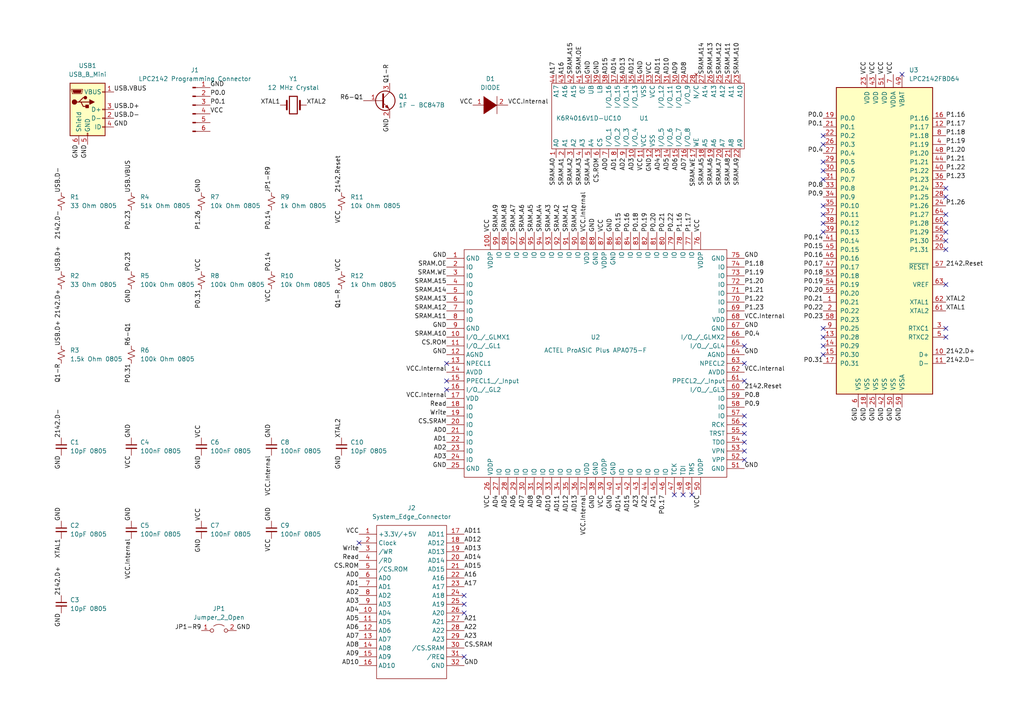
<source format=kicad_sch>
(kicad_sch (version 20211123) (generator eeschema)

  (uuid e63e39d7-6ac0-4ffd-8aa3-1841a4541b55)

  (paper "A4")

  (lib_symbols
    (symbol "Connector:Conn_01x06_Male" (pin_names (offset 1.016) hide) (in_bom yes) (on_board yes)
      (property "Reference" "J" (id 0) (at 0 7.62 0)
        (effects (font (size 1.27 1.27)))
      )
      (property "Value" "Conn_01x06_Male" (id 1) (at 0 -10.16 0)
        (effects (font (size 1.27 1.27)))
      )
      (property "Footprint" "" (id 2) (at 0 0 0)
        (effects (font (size 1.27 1.27)) hide)
      )
      (property "Datasheet" "~" (id 3) (at 0 0 0)
        (effects (font (size 1.27 1.27)) hide)
      )
      (property "ki_keywords" "connector" (id 4) (at 0 0 0)
        (effects (font (size 1.27 1.27)) hide)
      )
      (property "ki_description" "Generic connector, single row, 01x06, script generated (kicad-library-utils/schlib/autogen/connector/)" (id 5) (at 0 0 0)
        (effects (font (size 1.27 1.27)) hide)
      )
      (property "ki_fp_filters" "Connector*:*_1x??_*" (id 6) (at 0 0 0)
        (effects (font (size 1.27 1.27)) hide)
      )
      (symbol "Conn_01x06_Male_1_1"
        (polyline
          (pts
            (xy 1.27 -7.62)
            (xy 0.8636 -7.62)
          )
          (stroke (width 0.1524) (type default) (color 0 0 0 0))
          (fill (type none))
        )
        (polyline
          (pts
            (xy 1.27 -5.08)
            (xy 0.8636 -5.08)
          )
          (stroke (width 0.1524) (type default) (color 0 0 0 0))
          (fill (type none))
        )
        (polyline
          (pts
            (xy 1.27 -2.54)
            (xy 0.8636 -2.54)
          )
          (stroke (width 0.1524) (type default) (color 0 0 0 0))
          (fill (type none))
        )
        (polyline
          (pts
            (xy 1.27 0)
            (xy 0.8636 0)
          )
          (stroke (width 0.1524) (type default) (color 0 0 0 0))
          (fill (type none))
        )
        (polyline
          (pts
            (xy 1.27 2.54)
            (xy 0.8636 2.54)
          )
          (stroke (width 0.1524) (type default) (color 0 0 0 0))
          (fill (type none))
        )
        (polyline
          (pts
            (xy 1.27 5.08)
            (xy 0.8636 5.08)
          )
          (stroke (width 0.1524) (type default) (color 0 0 0 0))
          (fill (type none))
        )
        (rectangle (start 0.8636 -7.493) (end 0 -7.747)
          (stroke (width 0.1524) (type default) (color 0 0 0 0))
          (fill (type outline))
        )
        (rectangle (start 0.8636 -4.953) (end 0 -5.207)
          (stroke (width 0.1524) (type default) (color 0 0 0 0))
          (fill (type outline))
        )
        (rectangle (start 0.8636 -2.413) (end 0 -2.667)
          (stroke (width 0.1524) (type default) (color 0 0 0 0))
          (fill (type outline))
        )
        (rectangle (start 0.8636 0.127) (end 0 -0.127)
          (stroke (width 0.1524) (type default) (color 0 0 0 0))
          (fill (type outline))
        )
        (rectangle (start 0.8636 2.667) (end 0 2.413)
          (stroke (width 0.1524) (type default) (color 0 0 0 0))
          (fill (type outline))
        )
        (rectangle (start 0.8636 5.207) (end 0 4.953)
          (stroke (width 0.1524) (type default) (color 0 0 0 0))
          (fill (type outline))
        )
        (pin passive line (at 5.08 5.08 180) (length 3.81)
          (name "Pin_1" (effects (font (size 1.27 1.27))))
          (number "1" (effects (font (size 1.27 1.27))))
        )
        (pin passive line (at 5.08 2.54 180) (length 3.81)
          (name "Pin_2" (effects (font (size 1.27 1.27))))
          (number "2" (effects (font (size 1.27 1.27))))
        )
        (pin passive line (at 5.08 0 180) (length 3.81)
          (name "Pin_3" (effects (font (size 1.27 1.27))))
          (number "3" (effects (font (size 1.27 1.27))))
        )
        (pin passive line (at 5.08 -2.54 180) (length 3.81)
          (name "Pin_4" (effects (font (size 1.27 1.27))))
          (number "4" (effects (font (size 1.27 1.27))))
        )
        (pin passive line (at 5.08 -5.08 180) (length 3.81)
          (name "Pin_5" (effects (font (size 1.27 1.27))))
          (number "5" (effects (font (size 1.27 1.27))))
        )
        (pin passive line (at 5.08 -7.62 180) (length 3.81)
          (name "Pin_6" (effects (font (size 1.27 1.27))))
          (number "6" (effects (font (size 1.27 1.27))))
        )
      )
    )
    (symbol "Connector:USB_B_Mini" (pin_names (offset 1.016)) (in_bom yes) (on_board yes)
      (property "Reference" "J" (id 0) (at -5.08 11.43 0)
        (effects (font (size 1.27 1.27)) (justify left))
      )
      (property "Value" "USB_B_Mini" (id 1) (at -5.08 8.89 0)
        (effects (font (size 1.27 1.27)) (justify left))
      )
      (property "Footprint" "" (id 2) (at 3.81 -1.27 0)
        (effects (font (size 1.27 1.27)) hide)
      )
      (property "Datasheet" "~" (id 3) (at 3.81 -1.27 0)
        (effects (font (size 1.27 1.27)) hide)
      )
      (property "ki_keywords" "connector USB mini" (id 4) (at 0 0 0)
        (effects (font (size 1.27 1.27)) hide)
      )
      (property "ki_description" "USB Mini Type B connector" (id 5) (at 0 0 0)
        (effects (font (size 1.27 1.27)) hide)
      )
      (property "ki_fp_filters" "USB*" (id 6) (at 0 0 0)
        (effects (font (size 1.27 1.27)) hide)
      )
      (symbol "USB_B_Mini_0_1"
        (rectangle (start -5.08 -7.62) (end 5.08 7.62)
          (stroke (width 0.254) (type default) (color 0 0 0 0))
          (fill (type background))
        )
        (circle (center -3.81 2.159) (radius 0.635)
          (stroke (width 0.254) (type default) (color 0 0 0 0))
          (fill (type outline))
        )
        (circle (center -0.635 3.429) (radius 0.381)
          (stroke (width 0.254) (type default) (color 0 0 0 0))
          (fill (type outline))
        )
        (rectangle (start -0.127 -7.62) (end 0.127 -6.858)
          (stroke (width 0) (type default) (color 0 0 0 0))
          (fill (type none))
        )
        (polyline
          (pts
            (xy -1.905 2.159)
            (xy 0.635 2.159)
          )
          (stroke (width 0.254) (type default) (color 0 0 0 0))
          (fill (type none))
        )
        (polyline
          (pts
            (xy -3.175 2.159)
            (xy -2.54 2.159)
            (xy -1.27 3.429)
            (xy -0.635 3.429)
          )
          (stroke (width 0.254) (type default) (color 0 0 0 0))
          (fill (type none))
        )
        (polyline
          (pts
            (xy -2.54 2.159)
            (xy -1.905 2.159)
            (xy -1.27 0.889)
            (xy 0 0.889)
          )
          (stroke (width 0.254) (type default) (color 0 0 0 0))
          (fill (type none))
        )
        (polyline
          (pts
            (xy 0.635 2.794)
            (xy 0.635 1.524)
            (xy 1.905 2.159)
            (xy 0.635 2.794)
          )
          (stroke (width 0.254) (type default) (color 0 0 0 0))
          (fill (type outline))
        )
        (polyline
          (pts
            (xy -4.318 5.588)
            (xy -1.778 5.588)
            (xy -2.032 4.826)
            (xy -4.064 4.826)
            (xy -4.318 5.588)
          )
          (stroke (width 0) (type default) (color 0 0 0 0))
          (fill (type outline))
        )
        (polyline
          (pts
            (xy -4.699 5.842)
            (xy -4.699 5.588)
            (xy -4.445 4.826)
            (xy -4.445 4.572)
            (xy -1.651 4.572)
            (xy -1.651 4.826)
            (xy -1.397 5.588)
            (xy -1.397 5.842)
            (xy -4.699 5.842)
          )
          (stroke (width 0) (type default) (color 0 0 0 0))
          (fill (type none))
        )
        (rectangle (start 0.254 1.27) (end -0.508 0.508)
          (stroke (width 0.254) (type default) (color 0 0 0 0))
          (fill (type outline))
        )
        (rectangle (start 5.08 -5.207) (end 4.318 -4.953)
          (stroke (width 0) (type default) (color 0 0 0 0))
          (fill (type none))
        )
        (rectangle (start 5.08 -2.667) (end 4.318 -2.413)
          (stroke (width 0) (type default) (color 0 0 0 0))
          (fill (type none))
        )
        (rectangle (start 5.08 -0.127) (end 4.318 0.127)
          (stroke (width 0) (type default) (color 0 0 0 0))
          (fill (type none))
        )
        (rectangle (start 5.08 4.953) (end 4.318 5.207)
          (stroke (width 0) (type default) (color 0 0 0 0))
          (fill (type none))
        )
      )
      (symbol "USB_B_Mini_1_1"
        (pin power_out line (at 7.62 5.08 180) (length 2.54)
          (name "VBUS" (effects (font (size 1.27 1.27))))
          (number "1" (effects (font (size 1.27 1.27))))
        )
        (pin bidirectional line (at 7.62 -2.54 180) (length 2.54)
          (name "D-" (effects (font (size 1.27 1.27))))
          (number "2" (effects (font (size 1.27 1.27))))
        )
        (pin bidirectional line (at 7.62 0 180) (length 2.54)
          (name "D+" (effects (font (size 1.27 1.27))))
          (number "3" (effects (font (size 1.27 1.27))))
        )
        (pin passive line (at 7.62 -5.08 180) (length 2.54)
          (name "ID" (effects (font (size 1.27 1.27))))
          (number "4" (effects (font (size 1.27 1.27))))
        )
        (pin power_out line (at 0 -10.16 90) (length 2.54)
          (name "GND" (effects (font (size 1.27 1.27))))
          (number "5" (effects (font (size 1.27 1.27))))
        )
        (pin passive line (at -2.54 -10.16 90) (length 2.54)
          (name "Shield" (effects (font (size 1.27 1.27))))
          (number "6" (effects (font (size 1.27 1.27))))
        )
      )
    )
    (symbol "Device:C_Small" (pin_numbers hide) (pin_names (offset 0.254) hide) (in_bom yes) (on_board yes)
      (property "Reference" "C" (id 0) (at 0.254 1.778 0)
        (effects (font (size 1.27 1.27)) (justify left))
      )
      (property "Value" "C_Small" (id 1) (at 0.254 -2.032 0)
        (effects (font (size 1.27 1.27)) (justify left))
      )
      (property "Footprint" "" (id 2) (at 0 0 0)
        (effects (font (size 1.27 1.27)) hide)
      )
      (property "Datasheet" "~" (id 3) (at 0 0 0)
        (effects (font (size 1.27 1.27)) hide)
      )
      (property "ki_keywords" "capacitor cap" (id 4) (at 0 0 0)
        (effects (font (size 1.27 1.27)) hide)
      )
      (property "ki_description" "Unpolarized capacitor, small symbol" (id 5) (at 0 0 0)
        (effects (font (size 1.27 1.27)) hide)
      )
      (property "ki_fp_filters" "C_*" (id 6) (at 0 0 0)
        (effects (font (size 1.27 1.27)) hide)
      )
      (symbol "C_Small_0_1"
        (polyline
          (pts
            (xy -1.524 -0.508)
            (xy 1.524 -0.508)
          )
          (stroke (width 0.3302) (type default) (color 0 0 0 0))
          (fill (type none))
        )
        (polyline
          (pts
            (xy -1.524 0.508)
            (xy 1.524 0.508)
          )
          (stroke (width 0.3048) (type default) (color 0 0 0 0))
          (fill (type none))
        )
      )
      (symbol "C_Small_1_1"
        (pin passive line (at 0 2.54 270) (length 2.032)
          (name "~" (effects (font (size 1.27 1.27))))
          (number "1" (effects (font (size 1.27 1.27))))
        )
        (pin passive line (at 0 -2.54 90) (length 2.032)
          (name "~" (effects (font (size 1.27 1.27))))
          (number "2" (effects (font (size 1.27 1.27))))
        )
      )
    )
    (symbol "Device:Crystal" (pin_numbers hide) (pin_names (offset 1.016) hide) (in_bom yes) (on_board yes)
      (property "Reference" "Y" (id 0) (at 0 3.81 0)
        (effects (font (size 1.27 1.27)))
      )
      (property "Value" "Crystal" (id 1) (at 0 -3.81 0)
        (effects (font (size 1.27 1.27)))
      )
      (property "Footprint" "" (id 2) (at 0 0 0)
        (effects (font (size 1.27 1.27)) hide)
      )
      (property "Datasheet" "~" (id 3) (at 0 0 0)
        (effects (font (size 1.27 1.27)) hide)
      )
      (property "ki_keywords" "quartz ceramic resonator oscillator" (id 4) (at 0 0 0)
        (effects (font (size 1.27 1.27)) hide)
      )
      (property "ki_description" "Two pin crystal" (id 5) (at 0 0 0)
        (effects (font (size 1.27 1.27)) hide)
      )
      (property "ki_fp_filters" "Crystal*" (id 6) (at 0 0 0)
        (effects (font (size 1.27 1.27)) hide)
      )
      (symbol "Crystal_0_1"
        (rectangle (start -1.143 2.54) (end 1.143 -2.54)
          (stroke (width 0.3048) (type default) (color 0 0 0 0))
          (fill (type none))
        )
        (polyline
          (pts
            (xy -2.54 0)
            (xy -1.905 0)
          )
          (stroke (width 0) (type default) (color 0 0 0 0))
          (fill (type none))
        )
        (polyline
          (pts
            (xy -1.905 -1.27)
            (xy -1.905 1.27)
          )
          (stroke (width 0.508) (type default) (color 0 0 0 0))
          (fill (type none))
        )
        (polyline
          (pts
            (xy 1.905 -1.27)
            (xy 1.905 1.27)
          )
          (stroke (width 0.508) (type default) (color 0 0 0 0))
          (fill (type none))
        )
        (polyline
          (pts
            (xy 2.54 0)
            (xy 1.905 0)
          )
          (stroke (width 0) (type default) (color 0 0 0 0))
          (fill (type none))
        )
      )
      (symbol "Crystal_1_1"
        (pin passive line (at -3.81 0 0) (length 1.27)
          (name "1" (effects (font (size 1.27 1.27))))
          (number "1" (effects (font (size 1.27 1.27))))
        )
        (pin passive line (at 3.81 0 180) (length 1.27)
          (name "2" (effects (font (size 1.27 1.27))))
          (number "2" (effects (font (size 1.27 1.27))))
        )
      )
    )
    (symbol "Device:R_Small_US" (pin_numbers hide) (pin_names (offset 0.254) hide) (in_bom yes) (on_board yes)
      (property "Reference" "R" (id 0) (at 0.762 0.508 0)
        (effects (font (size 1.27 1.27)) (justify left))
      )
      (property "Value" "R_Small_US" (id 1) (at 0.762 -1.016 0)
        (effects (font (size 1.27 1.27)) (justify left))
      )
      (property "Footprint" "" (id 2) (at 0 0 0)
        (effects (font (size 1.27 1.27)) hide)
      )
      (property "Datasheet" "~" (id 3) (at 0 0 0)
        (effects (font (size 1.27 1.27)) hide)
      )
      (property "ki_keywords" "r resistor" (id 4) (at 0 0 0)
        (effects (font (size 1.27 1.27)) hide)
      )
      (property "ki_description" "Resistor, small US symbol" (id 5) (at 0 0 0)
        (effects (font (size 1.27 1.27)) hide)
      )
      (property "ki_fp_filters" "R_*" (id 6) (at 0 0 0)
        (effects (font (size 1.27 1.27)) hide)
      )
      (symbol "R_Small_US_1_1"
        (polyline
          (pts
            (xy 0 0)
            (xy 1.016 -0.381)
            (xy 0 -0.762)
            (xy -1.016 -1.143)
            (xy 0 -1.524)
          )
          (stroke (width 0) (type default) (color 0 0 0 0))
          (fill (type none))
        )
        (polyline
          (pts
            (xy 0 1.524)
            (xy 1.016 1.143)
            (xy 0 0.762)
            (xy -1.016 0.381)
            (xy 0 0)
          )
          (stroke (width 0) (type default) (color 0 0 0 0))
          (fill (type none))
        )
        (pin passive line (at 0 2.54 270) (length 1.016)
          (name "~" (effects (font (size 1.27 1.27))))
          (number "1" (effects (font (size 1.27 1.27))))
        )
        (pin passive line (at 0 -2.54 90) (length 1.016)
          (name "~" (effects (font (size 1.27 1.27))))
          (number "2" (effects (font (size 1.27 1.27))))
        )
      )
    )
    (symbol "GBA:Datel_GBA{slash}NDS" (in_bom yes) (on_board yes)
      (property "Reference" "U2" (id 0) (at 0 6.35 0)
        (effects (font (size 1.27 1.27)))
      )
      (property "Value" "ACTEL ProASIC Plus APA075-F" (id 1) (at 2.54 0 0)
        (effects (font (size 1.27 1.27)))
      )
      (property "Footprint" "GBA:GBA AR Max FPGA" (id 2) (at 0 2.54 0)
        (effects (font (size 1.27 1.27)) hide)
      )
      (property "Datasheet" "" (id 3) (at 0 2.54 0)
        (effects (font (size 1.27 1.27)) hide)
      )
      (symbol "Datel_GBA{slash}NDS_0_0"
        (pin power_in line (at -29.21 -39.37 90) (length 5.08)
          (name "GND" (effects (font (size 1.27 1.27))))
          (number "1" (effects (font (size 1.27 1.27))))
        )
        (pin passive line (at -6.35 -39.37 90) (length 5.08)
          (name "I/O_/_GLMX1" (effects (font (size 1.27 1.27))))
          (number "10" (effects (font (size 1.27 1.27))))
        )
        (pin power_in line (at -36.83 -26.67 0) (length 5.08)
          (name "VDDP" (effects (font (size 1.27 1.27))))
          (number "100" (effects (font (size 1.27 1.27))))
        )
        (pin passive line (at -3.81 -39.37 90) (length 5.08)
          (name "I/O_/_GL1" (effects (font (size 1.27 1.27))))
          (number "11" (effects (font (size 1.27 1.27))))
        )
        (pin power_in line (at -1.27 -39.37 90) (length 5.08)
          (name "AGND" (effects (font (size 1.27 1.27))))
          (number "12" (effects (font (size 1.27 1.27))))
        )
        (pin passive line (at 1.27 -39.37 90) (length 5.08)
          (name "NPECL1" (effects (font (size 1.27 1.27))))
          (number "13" (effects (font (size 1.27 1.27))))
        )
        (pin power_in line (at 3.81 -39.37 90) (length 5.08)
          (name "AVDD" (effects (font (size 1.27 1.27))))
          (number "14" (effects (font (size 1.27 1.27))))
        )
        (pin passive line (at 6.35 -39.37 90) (length 5.08)
          (name "PPECL1_/_Input" (effects (font (size 1.27 1.27))))
          (number "15" (effects (font (size 1.27 1.27))))
        )
        (pin passive line (at 8.89 -39.37 90) (length 5.08)
          (name "I/O_/_GL2" (effects (font (size 1.27 1.27))))
          (number "16" (effects (font (size 1.27 1.27))))
        )
        (pin power_in line (at 11.43 -39.37 90) (length 5.08)
          (name "VDD" (effects (font (size 1.27 1.27))))
          (number "17" (effects (font (size 1.27 1.27))))
        )
        (pin passive line (at 13.97 -39.37 90) (length 5.08)
          (name "IO" (effects (font (size 1.27 1.27))))
          (number "18" (effects (font (size 1.27 1.27))))
        )
        (pin passive line (at 16.51 -39.37 90) (length 5.08)
          (name "IO" (effects (font (size 1.27 1.27))))
          (number "19" (effects (font (size 1.27 1.27))))
        )
        (pin passive line (at -26.67 -39.37 90) (length 5.08)
          (name "IO" (effects (font (size 1.27 1.27))))
          (number "2" (effects (font (size 1.27 1.27))))
        )
        (pin passive line (at 19.05 -39.37 90) (length 5.08)
          (name "IO" (effects (font (size 1.27 1.27))))
          (number "20" (effects (font (size 1.27 1.27))))
        )
        (pin passive line (at 21.59 -39.37 90) (length 5.08)
          (name "IO" (effects (font (size 1.27 1.27))))
          (number "21" (effects (font (size 1.27 1.27))))
        )
        (pin passive line (at 24.13 -39.37 90) (length 5.08)
          (name "IO" (effects (font (size 1.27 1.27))))
          (number "22" (effects (font (size 1.27 1.27))))
        )
        (pin passive line (at 26.67 -39.37 90) (length 5.08)
          (name "IO" (effects (font (size 1.27 1.27))))
          (number "23" (effects (font (size 1.27 1.27))))
        )
        (pin passive line (at 29.21 -39.37 90) (length 5.08)
          (name "IO" (effects (font (size 1.27 1.27))))
          (number "24" (effects (font (size 1.27 1.27))))
        )
        (pin power_in line (at 31.75 -39.37 90) (length 5.08)
          (name "GND" (effects (font (size 1.27 1.27))))
          (number "25" (effects (font (size 1.27 1.27))))
        )
        (pin power_in line (at 39.37 -26.67 180) (length 5.08)
          (name "VDDP" (effects (font (size 1.27 1.27))))
          (number "26" (effects (font (size 1.27 1.27))))
        )
        (pin passive line (at 39.37 -24.13 180) (length 5.08)
          (name "IO" (effects (font (size 1.27 1.27))))
          (number "27" (effects (font (size 1.27 1.27))))
        )
        (pin passive line (at 39.37 -21.59 180) (length 5.08)
          (name "IO" (effects (font (size 1.27 1.27))))
          (number "28" (effects (font (size 1.27 1.27))))
        )
        (pin passive line (at 39.37 -19.05 180) (length 5.08)
          (name "IO" (effects (font (size 1.27 1.27))))
          (number "29" (effects (font (size 1.27 1.27))))
        )
        (pin passive line (at -24.13 -39.37 90) (length 5.08)
          (name "IO" (effects (font (size 1.27 1.27))))
          (number "3" (effects (font (size 1.27 1.27))))
        )
        (pin passive line (at 39.37 -16.51 180) (length 5.08)
          (name "IO" (effects (font (size 1.27 1.27))))
          (number "30" (effects (font (size 1.27 1.27))))
        )
        (pin passive line (at 39.37 -13.97 180) (length 5.08)
          (name "IO" (effects (font (size 1.27 1.27))))
          (number "31" (effects (font (size 1.27 1.27))))
        )
        (pin passive line (at 39.37 -11.43 180) (length 5.08)
          (name "IO" (effects (font (size 1.27 1.27))))
          (number "32" (effects (font (size 1.27 1.27))))
        )
        (pin passive line (at 39.37 -8.89 180) (length 5.08)
          (name "IO" (effects (font (size 1.27 1.27))))
          (number "33" (effects (font (size 1.27 1.27))))
        )
        (pin passive line (at 39.37 -6.35 180) (length 5.08)
          (name "IO" (effects (font (size 1.27 1.27))))
          (number "34" (effects (font (size 1.27 1.27))))
        )
        (pin passive line (at 39.37 -3.81 180) (length 5.08)
          (name "IO" (effects (font (size 1.27 1.27))))
          (number "35" (effects (font (size 1.27 1.27))))
        )
        (pin passive line (at 39.37 -1.27 180) (length 5.08)
          (name "IO" (effects (font (size 1.27 1.27))))
          (number "36" (effects (font (size 1.27 1.27))))
        )
        (pin power_in line (at 39.37 1.27 180) (length 5.08)
          (name "VDD" (effects (font (size 1.27 1.27))))
          (number "37" (effects (font (size 1.27 1.27))))
        )
        (pin power_in line (at 39.37 3.81 180) (length 5.08)
          (name "GND" (effects (font (size 1.27 1.27))))
          (number "38" (effects (font (size 1.27 1.27))))
        )
        (pin power_in line (at 39.37 6.35 180) (length 5.08)
          (name "VDDP" (effects (font (size 1.27 1.27))))
          (number "39" (effects (font (size 1.27 1.27))))
        )
        (pin passive line (at -21.59 -39.37 90) (length 5.08)
          (name "IO" (effects (font (size 1.27 1.27))))
          (number "4" (effects (font (size 1.27 1.27))))
        )
        (pin power_in line (at 39.37 8.89 180) (length 5.08)
          (name "GND" (effects (font (size 1.27 1.27))))
          (number "40" (effects (font (size 1.27 1.27))))
        )
        (pin passive line (at 39.37 11.43 180) (length 5.08)
          (name "IO" (effects (font (size 1.27 1.27))))
          (number "41" (effects (font (size 1.27 1.27))))
        )
        (pin passive line (at 39.37 13.97 180) (length 5.08)
          (name "IO" (effects (font (size 1.27 1.27))))
          (number "42" (effects (font (size 1.27 1.27))))
        )
        (pin passive line (at 39.37 16.51 180) (length 5.08)
          (name "IO" (effects (font (size 1.27 1.27))))
          (number "43" (effects (font (size 1.27 1.27))))
        )
        (pin passive line (at 39.37 19.05 180) (length 5.08)
          (name "IO" (effects (font (size 1.27 1.27))))
          (number "44" (effects (font (size 1.27 1.27))))
        )
        (pin passive line (at 39.37 21.59 180) (length 5.08)
          (name "IO" (effects (font (size 1.27 1.27))))
          (number "45" (effects (font (size 1.27 1.27))))
        )
        (pin passive line (at 39.37 24.13 180) (length 5.08)
          (name "IO" (effects (font (size 1.27 1.27))))
          (number "46" (effects (font (size 1.27 1.27))))
        )
        (pin passive line (at 39.37 26.67 180) (length 5.08)
          (name "TCK" (effects (font (size 1.27 1.27))))
          (number "47" (effects (font (size 1.27 1.27))))
        )
        (pin passive line (at 39.37 29.21 180) (length 5.08)
          (name "TDI" (effects (font (size 1.27 1.27))))
          (number "48" (effects (font (size 1.27 1.27))))
        )
        (pin passive line (at 39.37 31.75 180) (length 5.08)
          (name "TMS" (effects (font (size 1.27 1.27))))
          (number "49" (effects (font (size 1.27 1.27))))
        )
        (pin passive line (at -19.05 -39.37 90) (length 5.08)
          (name "IO" (effects (font (size 1.27 1.27))))
          (number "5" (effects (font (size 1.27 1.27))))
        )
        (pin power_in line (at 39.37 34.29 180) (length 5.08)
          (name "VDDP" (effects (font (size 1.27 1.27))))
          (number "50" (effects (font (size 1.27 1.27))))
        )
        (pin power_in line (at 31.75 46.99 270) (length 5.08)
          (name "GND" (effects (font (size 1.27 1.27))))
          (number "51" (effects (font (size 1.27 1.27))))
        )
        (pin passive line (at 29.21 46.99 270) (length 5.08)
          (name "VPP" (effects (font (size 1.27 1.27))))
          (number "52" (effects (font (size 1.27 1.27))))
        )
        (pin passive line (at 26.67 46.99 270) (length 5.08)
          (name "VPN" (effects (font (size 1.27 1.27))))
          (number "53" (effects (font (size 1.27 1.27))))
        )
        (pin passive line (at 24.13 46.99 270) (length 5.08)
          (name "TDO" (effects (font (size 1.27 1.27))))
          (number "54" (effects (font (size 1.27 1.27))))
        )
        (pin passive line (at 21.59 46.99 270) (length 5.08)
          (name "TRST" (effects (font (size 1.27 1.27))))
          (number "55" (effects (font (size 1.27 1.27))))
        )
        (pin passive line (at 19.05 46.99 270) (length 5.08)
          (name "RCK" (effects (font (size 1.27 1.27))))
          (number "56" (effects (font (size 1.27 1.27))))
        )
        (pin passive line (at 16.51 46.99 270) (length 5.08)
          (name "IO" (effects (font (size 1.27 1.27))))
          (number "57" (effects (font (size 1.27 1.27))))
        )
        (pin passive line (at 13.97 46.99 270) (length 5.08)
          (name "IO" (effects (font (size 1.27 1.27))))
          (number "58" (effects (font (size 1.27 1.27))))
        )
        (pin passive line (at 11.43 46.99 270) (length 5.08)
          (name "IO" (effects (font (size 1.27 1.27))))
          (number "59" (effects (font (size 1.27 1.27))))
        )
        (pin passive line (at -16.51 -39.37 90) (length 5.08)
          (name "IO" (effects (font (size 1.27 1.27))))
          (number "6" (effects (font (size 1.27 1.27))))
        )
        (pin passive line (at 8.89 46.99 270) (length 5.08)
          (name "I/O_/_GL3" (effects (font (size 1.27 1.27))))
          (number "60" (effects (font (size 1.27 1.27))))
        )
        (pin passive line (at 6.35 46.99 270) (length 5.08)
          (name "PPECL2_/_Input" (effects (font (size 1.27 1.27))))
          (number "61" (effects (font (size 1.27 1.27))))
        )
        (pin power_in line (at 3.81 46.99 270) (length 5.08)
          (name "AVDD" (effects (font (size 1.27 1.27))))
          (number "62" (effects (font (size 1.27 1.27))))
        )
        (pin passive line (at 1.27 46.99 270) (length 5.08)
          (name "NPECL2" (effects (font (size 1.27 1.27))))
          (number "63" (effects (font (size 1.27 1.27))))
        )
        (pin power_in line (at -1.27 46.99 270) (length 5.08)
          (name "AGND" (effects (font (size 1.27 1.27))))
          (number "64" (effects (font (size 1.27 1.27))))
        )
        (pin passive line (at -3.81 46.99 270) (length 5.08)
          (name "I/O_/_GL4" (effects (font (size 1.27 1.27))))
          (number "65" (effects (font (size 1.27 1.27))))
        )
        (pin passive line (at -6.35 46.99 270) (length 5.08)
          (name "I/O_/_GLMX2" (effects (font (size 1.27 1.27))))
          (number "66" (effects (font (size 1.27 1.27))))
        )
        (pin power_in line (at -8.89 46.99 270) (length 5.08)
          (name "GND" (effects (font (size 1.27 1.27))))
          (number "67" (effects (font (size 1.27 1.27))))
        )
        (pin power_in line (at -11.43 46.99 270) (length 5.08)
          (name "VDD" (effects (font (size 1.27 1.27))))
          (number "68" (effects (font (size 1.27 1.27))))
        )
        (pin passive line (at -13.97 46.99 270) (length 5.08)
          (name "IO" (effects (font (size 1.27 1.27))))
          (number "69" (effects (font (size 1.27 1.27))))
        )
        (pin passive line (at -13.97 -39.37 90) (length 5.08)
          (name "IO" (effects (font (size 1.27 1.27))))
          (number "7" (effects (font (size 1.27 1.27))))
        )
        (pin passive line (at -16.51 46.99 270) (length 5.08)
          (name "IO" (effects (font (size 1.27 1.27))))
          (number "70" (effects (font (size 1.27 1.27))))
        )
        (pin passive line (at -19.05 46.99 270) (length 5.08)
          (name "IO" (effects (font (size 1.27 1.27))))
          (number "71" (effects (font (size 1.27 1.27))))
        )
        (pin passive line (at -21.59 46.99 270) (length 5.08)
          (name "IO" (effects (font (size 1.27 1.27))))
          (number "72" (effects (font (size 1.27 1.27))))
        )
        (pin passive line (at -24.13 46.99 270) (length 5.08)
          (name "IO" (effects (font (size 1.27 1.27))))
          (number "73" (effects (font (size 1.27 1.27))))
        )
        (pin passive line (at -26.67 46.99 270) (length 5.08)
          (name "IO" (effects (font (size 1.27 1.27))))
          (number "74" (effects (font (size 1.27 1.27))))
        )
        (pin power_in line (at -29.21 46.99 270) (length 5.08)
          (name "GND" (effects (font (size 1.27 1.27))))
          (number "75" (effects (font (size 1.27 1.27))))
        )
        (pin power_in line (at -36.83 34.29 0) (length 5.08)
          (name "VDDP" (effects (font (size 1.27 1.27))))
          (number "76" (effects (font (size 1.27 1.27))))
        )
        (pin passive line (at -36.83 31.75 0) (length 5.08)
          (name "IO" (effects (font (size 1.27 1.27))))
          (number "77" (effects (font (size 1.27 1.27))))
        )
        (pin passive line (at -36.83 29.21 0) (length 5.08)
          (name "IO" (effects (font (size 1.27 1.27))))
          (number "78" (effects (font (size 1.27 1.27))))
        )
        (pin passive line (at -36.83 26.67 0) (length 5.08)
          (name "IO" (effects (font (size 1.27 1.27))))
          (number "79" (effects (font (size 1.27 1.27))))
        )
        (pin passive line (at -11.43 -39.37 90) (length 5.08)
          (name "IO" (effects (font (size 1.27 1.27))))
          (number "8" (effects (font (size 1.27 1.27))))
        )
        (pin passive line (at -36.83 24.13 0) (length 5.08)
          (name "IO" (effects (font (size 1.27 1.27))))
          (number "80" (effects (font (size 1.27 1.27))))
        )
        (pin passive line (at -36.83 21.59 0) (length 5.08)
          (name "IO" (effects (font (size 1.27 1.27))))
          (number "81" (effects (font (size 1.27 1.27))))
        )
        (pin passive line (at -36.83 19.05 0) (length 5.08)
          (name "IO" (effects (font (size 1.27 1.27))))
          (number "82" (effects (font (size 1.27 1.27))))
        )
        (pin passive line (at -36.83 16.51 0) (length 5.08)
          (name "IO" (effects (font (size 1.27 1.27))))
          (number "83" (effects (font (size 1.27 1.27))))
        )
        (pin passive line (at -36.83 13.97 0) (length 5.08)
          (name "IO" (effects (font (size 1.27 1.27))))
          (number "84" (effects (font (size 1.27 1.27))))
        )
        (pin passive line (at -36.83 11.43 0) (length 5.08)
          (name "IO" (effects (font (size 1.27 1.27))))
          (number "85" (effects (font (size 1.27 1.27))))
        )
        (pin power_in line (at -36.83 8.89 0) (length 5.08)
          (name "GND" (effects (font (size 1.27 1.27))))
          (number "86" (effects (font (size 1.27 1.27))))
        )
        (pin power_in line (at -36.83 6.35 0) (length 5.08)
          (name "VDDP" (effects (font (size 1.27 1.27))))
          (number "87" (effects (font (size 1.27 1.27))))
        )
        (pin power_in line (at -36.83 3.81 0) (length 5.08)
          (name "GND" (effects (font (size 1.27 1.27))))
          (number "88" (effects (font (size 1.27 1.27))))
        )
        (pin power_in line (at -36.83 1.27 0) (length 5.08)
          (name "VDD" (effects (font (size 1.27 1.27))))
          (number "89" (effects (font (size 1.27 1.27))))
        )
        (pin power_in line (at -8.89 -39.37 90) (length 5.08)
          (name "GND" (effects (font (size 1.27 1.27))))
          (number "9" (effects (font (size 1.27 1.27))))
        )
        (pin passive line (at -36.83 -1.27 0) (length 5.08)
          (name "IO" (effects (font (size 1.27 1.27))))
          (number "90" (effects (font (size 1.27 1.27))))
        )
        (pin passive line (at -36.83 -3.81 0) (length 5.08)
          (name "IO" (effects (font (size 1.27 1.27))))
          (number "91" (effects (font (size 1.27 1.27))))
        )
        (pin passive line (at -36.83 -6.35 0) (length 5.08)
          (name "IO" (effects (font (size 1.27 1.27))))
          (number "92" (effects (font (size 1.27 1.27))))
        )
        (pin passive line (at -36.83 -8.89 0) (length 5.08)
          (name "IO" (effects (font (size 1.27 1.27))))
          (number "93" (effects (font (size 1.27 1.27))))
        )
        (pin passive line (at -36.83 -11.43 0) (length 5.08)
          (name "IO" (effects (font (size 1.27 1.27))))
          (number "94" (effects (font (size 1.27 1.27))))
        )
        (pin passive line (at -36.83 -13.97 0) (length 5.08)
          (name "IO" (effects (font (size 1.27 1.27))))
          (number "95" (effects (font (size 1.27 1.27))))
        )
        (pin passive line (at -36.83 -16.51 0) (length 5.08)
          (name "IO" (effects (font (size 1.27 1.27))))
          (number "96" (effects (font (size 1.27 1.27))))
        )
        (pin passive line (at -36.83 -19.05 0) (length 5.08)
          (name "IO" (effects (font (size 1.27 1.27))))
          (number "97" (effects (font (size 1.27 1.27))))
        )
        (pin passive line (at -36.83 -21.59 0) (length 5.08)
          (name "IO" (effects (font (size 1.27 1.27))))
          (number "98" (effects (font (size 1.27 1.27))))
        )
        (pin passive line (at -36.83 -24.13 0) (length 5.08)
          (name "IO" (effects (font (size 1.27 1.27))))
          (number "99" (effects (font (size 1.27 1.27))))
        )
      )
      (symbol "Datel_GBA{slash}NDS_0_1"
        (rectangle (start -31.75 41.91) (end 34.29 -34.29)
          (stroke (width 0) (type default) (color 0 0 0 0))
          (fill (type none))
        )
      )
    )
    (symbol "GBA:Toolkit_SRAM" (in_bom yes) (on_board yes)
      (property "Reference" "U" (id 0) (at 0 27.94 0)
        (effects (font (size 1.27 1.27)))
      )
      (property "Value" "Toolkit_SRAM" (id 1) (at 0 30.48 0)
        (effects (font (size 1.27 1.27)))
      )
      (property "Footprint" "" (id 2) (at 0 0 0)
        (effects (font (size 1.27 1.27)) hide)
      )
      (property "Datasheet" "" (id 3) (at 0 0 0)
        (effects (font (size 1.27 1.27)) hide)
      )
      (symbol "Toolkit_SRAM_0_1"
        (rectangle (start -8.89 25.4) (end 10.16 -30.48)
          (stroke (width 0) (type default) (color 0 0 0 0))
          (fill (type none))
        )
      )
      (symbol "Toolkit_SRAM_1_1"
        (pin input line (at -11.43 24.13 0) (length 2.54)
          (name "A0" (effects (font (size 1.27 1.27))))
          (number "1" (effects (font (size 1.27 1.27))))
        )
        (pin bidirectional line (at -11.43 1.27 0) (length 2.54)
          (name "I/O_4" (effects (font (size 1.27 1.27))))
          (number "10" (effects (font (size 1.27 1.27))))
        )
        (pin power_in line (at -11.43 -1.27 0) (length 2.54)
          (name "VCC" (effects (font (size 1.27 1.27))))
          (number "11" (effects (font (size 1.27 1.27))))
        )
        (pin power_in line (at -11.43 -3.81 0) (length 2.54)
          (name "VSS" (effects (font (size 1.27 1.27))))
          (number "12" (effects (font (size 1.27 1.27))))
        )
        (pin bidirectional line (at -11.43 -6.35 0) (length 2.54)
          (name "I/O_5" (effects (font (size 1.27 1.27))))
          (number "13" (effects (font (size 1.27 1.27))))
        )
        (pin bidirectional line (at -11.43 -8.89 0) (length 2.54)
          (name "I/O_6" (effects (font (size 1.27 1.27))))
          (number "14" (effects (font (size 1.27 1.27))))
        )
        (pin bidirectional line (at -11.43 -11.43 0) (length 2.54)
          (name "I/O_7" (effects (font (size 1.27 1.27))))
          (number "15" (effects (font (size 1.27 1.27))))
        )
        (pin bidirectional line (at -11.43 -13.97 0) (length 2.54)
          (name "I/O_8" (effects (font (size 1.27 1.27))))
          (number "16" (effects (font (size 1.27 1.27))))
        )
        (pin input line (at -11.43 -16.51 0) (length 2.54)
          (name "WE" (effects (font (size 1.27 1.27))))
          (number "17" (effects (font (size 1.27 1.27))))
        )
        (pin input line (at -11.43 -19.05 0) (length 2.54)
          (name "A5" (effects (font (size 1.27 1.27))))
          (number "18" (effects (font (size 1.27 1.27))))
        )
        (pin input line (at -11.43 -21.59 0) (length 2.54)
          (name "A6" (effects (font (size 1.27 1.27))))
          (number "19" (effects (font (size 1.27 1.27))))
        )
        (pin input line (at -11.43 21.59 0) (length 2.54)
          (name "A1" (effects (font (size 1.27 1.27))))
          (number "2" (effects (font (size 1.27 1.27))))
        )
        (pin input line (at -11.43 -24.13 0) (length 2.54)
          (name "A7" (effects (font (size 1.27 1.27))))
          (number "20" (effects (font (size 1.27 1.27))))
        )
        (pin input line (at -11.43 -26.67 0) (length 2.54)
          (name "A8" (effects (font (size 1.27 1.27))))
          (number "21" (effects (font (size 1.27 1.27))))
        )
        (pin input line (at -11.43 -29.21 0) (length 2.54)
          (name "A9" (effects (font (size 1.27 1.27))))
          (number "22" (effects (font (size 1.27 1.27))))
        )
        (pin input line (at 12.7 -29.21 180) (length 2.54)
          (name "A10" (effects (font (size 1.27 1.27))))
          (number "23" (effects (font (size 1.27 1.27))))
        )
        (pin input line (at 12.7 -26.67 180) (length 2.54)
          (name "A11" (effects (font (size 1.27 1.27))))
          (number "24" (effects (font (size 1.27 1.27))))
        )
        (pin input line (at 12.7 -24.13 180) (length 2.54)
          (name "A12" (effects (font (size 1.27 1.27))))
          (number "25" (effects (font (size 1.27 1.27))))
        )
        (pin input line (at 12.7 -21.59 180) (length 2.54)
          (name "A13" (effects (font (size 1.27 1.27))))
          (number "26" (effects (font (size 1.27 1.27))))
        )
        (pin input line (at 12.7 -19.05 180) (length 2.54)
          (name "A14" (effects (font (size 1.27 1.27))))
          (number "27" (effects (font (size 1.27 1.27))))
        )
        (pin no_connect line (at 12.7 -16.51 180) (length 2.54)
          (name "N/C" (effects (font (size 1.27 1.27))))
          (number "28" (effects (font (size 1.27 1.27))))
        )
        (pin bidirectional line (at 12.7 -13.97 180) (length 2.54)
          (name "I/O_9" (effects (font (size 1.27 1.27))))
          (number "29" (effects (font (size 1.27 1.27))))
        )
        (pin input line (at -11.43 19.05 0) (length 2.54)
          (name "A2" (effects (font (size 1.27 1.27))))
          (number "3" (effects (font (size 1.27 1.27))))
        )
        (pin bidirectional line (at 12.7 -11.43 180) (length 2.54)
          (name "I/O_10" (effects (font (size 1.27 1.27))))
          (number "30" (effects (font (size 1.27 1.27))))
        )
        (pin bidirectional line (at 12.7 -8.89 180) (length 2.54)
          (name "I/O_11" (effects (font (size 1.27 1.27))))
          (number "31" (effects (font (size 1.27 1.27))))
        )
        (pin bidirectional line (at 12.7 -6.35 180) (length 2.54)
          (name "I/O_12" (effects (font (size 1.27 1.27))))
          (number "32" (effects (font (size 1.27 1.27))))
        )
        (pin power_in line (at 12.7 -3.81 180) (length 2.54)
          (name "VCC" (effects (font (size 1.27 1.27))))
          (number "33" (effects (font (size 1.27 1.27))))
        )
        (pin power_in line (at 12.7 -1.27 180) (length 2.54)
          (name "VSS" (effects (font (size 1.27 1.27))))
          (number "34" (effects (font (size 1.27 1.27))))
        )
        (pin bidirectional line (at 12.7 1.27 180) (length 2.54)
          (name "I/O_13" (effects (font (size 1.27 1.27))))
          (number "35" (effects (font (size 1.27 1.27))))
        )
        (pin bidirectional line (at 12.7 3.81 180) (length 2.54)
          (name "I/O_14" (effects (font (size 1.27 1.27))))
          (number "36" (effects (font (size 1.27 1.27))))
        )
        (pin bidirectional line (at 12.7 6.35 180) (length 2.54)
          (name "I/O_15" (effects (font (size 1.27 1.27))))
          (number "37" (effects (font (size 1.27 1.27))))
        )
        (pin bidirectional line (at 12.7 8.89 180) (length 2.54)
          (name "I/O_16" (effects (font (size 1.27 1.27))))
          (number "38" (effects (font (size 1.27 1.27))))
        )
        (pin input line (at 12.7 11.43 180) (length 2.54)
          (name "LB" (effects (font (size 1.27 1.27))))
          (number "39" (effects (font (size 1.27 1.27))))
        )
        (pin input line (at -11.43 16.51 0) (length 2.54)
          (name "A3" (effects (font (size 1.27 1.27))))
          (number "4" (effects (font (size 1.27 1.27))))
        )
        (pin input line (at 12.7 13.97 180) (length 2.54)
          (name "UB" (effects (font (size 1.27 1.27))))
          (number "40" (effects (font (size 1.27 1.27))))
        )
        (pin input line (at 12.7 16.51 180) (length 2.54)
          (name "OE" (effects (font (size 1.27 1.27))))
          (number "41" (effects (font (size 1.27 1.27))))
        )
        (pin input line (at 12.7 19.05 180) (length 2.54)
          (name "A15" (effects (font (size 1.27 1.27))))
          (number "42" (effects (font (size 1.27 1.27))))
        )
        (pin input line (at 12.7 21.59 180) (length 2.54)
          (name "A16" (effects (font (size 1.27 1.27))))
          (number "43" (effects (font (size 1.27 1.27))))
        )
        (pin input line (at 12.7 24.13 180) (length 2.54)
          (name "A17" (effects (font (size 1.27 1.27))))
          (number "44" (effects (font (size 1.27 1.27))))
        )
        (pin input line (at -11.43 13.97 0) (length 2.54)
          (name "A4" (effects (font (size 1.27 1.27))))
          (number "5" (effects (font (size 1.27 1.27))))
        )
        (pin input line (at -11.43 11.43 0) (length 2.54)
          (name "CS" (effects (font (size 1.27 1.27))))
          (number "6" (effects (font (size 1.27 1.27))))
        )
        (pin bidirectional line (at -11.43 8.89 0) (length 2.54)
          (name "I/O_1" (effects (font (size 1.27 1.27))))
          (number "7" (effects (font (size 1.27 1.27))))
        )
        (pin bidirectional line (at -11.43 6.35 0) (length 2.54)
          (name "I/O_2" (effects (font (size 1.27 1.27))))
          (number "8" (effects (font (size 1.27 1.27))))
        )
        (pin bidirectional line (at -11.43 3.81 0) (length 2.54)
          (name "I/O_3" (effects (font (size 1.27 1.27))))
          (number "9" (effects (font (size 1.27 1.27))))
        )
      )
    )
    (symbol "Gameboy:Cart_Edge_Connector" (in_bom yes) (on_board yes)
      (property "Reference" "J?" (id 0) (at 0 15.24 0)
        (effects (font (size 1.27 1.27)))
      )
      (property "Value" "Cart_Edge_Connector" (id 1) (at 0 12.7 0)
        (effects (font (size 1.27 1.27)))
      )
      (property "Footprint" "Gameboy:Cartridge Edge, GBA" (id 2) (at 0 19.05 0)
        (effects (font (size 1.27 1.27)) hide)
      )
      (property "Datasheet" "" (id 3) (at 0 0 0)
        (effects (font (size 1.27 1.27)) hide)
      )
      (symbol "Cart_Edge_Connector_0_1"
        (rectangle (start -10.16 10.16) (end 10.16 -34.29)
          (stroke (width 0) (type default) (color 0 0 0 0))
          (fill (type none))
        )
      )
      (symbol "Cart_Edge_Connector_1_1"
        (pin power_in line (at -15.24 7.62 0) (length 5.08)
          (name "+3.3V/+5V" (effects (font (size 1.27 1.27))))
          (number "1" (effects (font (size 1.27 1.27))))
        )
        (pin bidirectional line (at -15.24 -15.24 0) (length 5.08)
          (name "AD4" (effects (font (size 1.27 1.27))))
          (number "10" (effects (font (size 1.27 1.27))))
        )
        (pin bidirectional line (at -15.24 -17.78 0) (length 5.08)
          (name "AD5" (effects (font (size 1.27 1.27))))
          (number "11" (effects (font (size 1.27 1.27))))
        )
        (pin bidirectional line (at -15.24 -20.32 0) (length 5.08)
          (name "AD6" (effects (font (size 1.27 1.27))))
          (number "12" (effects (font (size 1.27 1.27))))
        )
        (pin bidirectional line (at -15.24 -22.86 0) (length 5.08)
          (name "AD7" (effects (font (size 1.27 1.27))))
          (number "13" (effects (font (size 1.27 1.27))))
        )
        (pin bidirectional line (at -15.24 -25.4 0) (length 5.08)
          (name "AD8" (effects (font (size 1.27 1.27))))
          (number "14" (effects (font (size 1.27 1.27))))
        )
        (pin bidirectional line (at -15.24 -27.94 0) (length 5.08)
          (name "AD9" (effects (font (size 1.27 1.27))))
          (number "15" (effects (font (size 1.27 1.27))))
        )
        (pin bidirectional line (at -15.24 -30.48 0) (length 5.08)
          (name "AD10" (effects (font (size 1.27 1.27))))
          (number "16" (effects (font (size 1.27 1.27))))
        )
        (pin bidirectional line (at 15.24 7.62 180) (length 5.08)
          (name "AD11" (effects (font (size 1.27 1.27))))
          (number "17" (effects (font (size 1.27 1.27))))
        )
        (pin bidirectional line (at 15.24 5.08 180) (length 5.08)
          (name "AD12" (effects (font (size 1.27 1.27))))
          (number "18" (effects (font (size 1.27 1.27))))
        )
        (pin bidirectional line (at 15.24 2.54 180) (length 5.08)
          (name "AD13" (effects (font (size 1.27 1.27))))
          (number "19" (effects (font (size 1.27 1.27))))
        )
        (pin bidirectional line (at -15.24 5.08 0) (length 5.08)
          (name "Clock" (effects (font (size 1.27 1.27))))
          (number "2" (effects (font (size 1.27 1.27))))
        )
        (pin bidirectional line (at 15.24 0 180) (length 5.08)
          (name "AD14" (effects (font (size 1.27 1.27))))
          (number "20" (effects (font (size 1.27 1.27))))
        )
        (pin bidirectional line (at 15.24 -2.54 180) (length 5.08)
          (name "AD15" (effects (font (size 1.27 1.27))))
          (number "21" (effects (font (size 1.27 1.27))))
        )
        (pin bidirectional line (at 15.24 -5.08 180) (length 5.08)
          (name "A16" (effects (font (size 1.27 1.27))))
          (number "22" (effects (font (size 1.27 1.27))))
        )
        (pin bidirectional line (at 15.24 -7.62 180) (length 5.08)
          (name "A17" (effects (font (size 1.27 1.27))))
          (number "23" (effects (font (size 1.27 1.27))))
        )
        (pin bidirectional line (at 15.24 -10.16 180) (length 5.08)
          (name "A18" (effects (font (size 1.27 1.27))))
          (number "24" (effects (font (size 1.27 1.27))))
        )
        (pin bidirectional line (at 15.24 -12.7 180) (length 5.08)
          (name "A19" (effects (font (size 1.27 1.27))))
          (number "25" (effects (font (size 1.27 1.27))))
        )
        (pin bidirectional line (at 15.24 -15.24 180) (length 5.08)
          (name "A20" (effects (font (size 1.27 1.27))))
          (number "26" (effects (font (size 1.27 1.27))))
        )
        (pin bidirectional line (at 15.24 -17.78 180) (length 5.08)
          (name "A21" (effects (font (size 1.27 1.27))))
          (number "27" (effects (font (size 1.27 1.27))))
        )
        (pin bidirectional line (at 15.24 -20.32 180) (length 5.08)
          (name "A22" (effects (font (size 1.27 1.27))))
          (number "28" (effects (font (size 1.27 1.27))))
        )
        (pin bidirectional line (at 15.24 -22.86 180) (length 5.08)
          (name "A23" (effects (font (size 1.27 1.27))))
          (number "29" (effects (font (size 1.27 1.27))))
        )
        (pin bidirectional line (at -15.24 2.54 0) (length 5.08)
          (name "/WR" (effects (font (size 1.27 1.27))))
          (number "3" (effects (font (size 1.27 1.27))))
        )
        (pin bidirectional line (at 15.24 -25.4 180) (length 5.08)
          (name "/CS.SRAM" (effects (font (size 1.27 1.27))))
          (number "30" (effects (font (size 1.27 1.27))))
        )
        (pin bidirectional line (at 15.24 -27.94 180) (length 5.08)
          (name "/REQ" (effects (font (size 1.27 1.27))))
          (number "31" (effects (font (size 1.27 1.27))))
        )
        (pin bidirectional line (at 15.24 -30.48 180) (length 5.08)
          (name "GND" (effects (font (size 1.27 1.27))))
          (number "32" (effects (font (size 1.27 1.27))))
        )
        (pin bidirectional line (at -15.24 0 0) (length 5.08)
          (name "/RD" (effects (font (size 1.27 1.27))))
          (number "4" (effects (font (size 1.27 1.27))))
        )
        (pin bidirectional line (at -15.24 -2.54 0) (length 5.08)
          (name "/CS.ROM" (effects (font (size 1.27 1.27))))
          (number "5" (effects (font (size 1.27 1.27))))
        )
        (pin bidirectional line (at -15.24 -5.08 0) (length 5.08)
          (name "AD0" (effects (font (size 1.27 1.27))))
          (number "6" (effects (font (size 1.27 1.27))))
        )
        (pin bidirectional line (at -15.24 -7.62 0) (length 5.08)
          (name "AD1" (effects (font (size 1.27 1.27))))
          (number "7" (effects (font (size 1.27 1.27))))
        )
        (pin bidirectional line (at -15.24 -10.16 0) (length 5.08)
          (name "AD2" (effects (font (size 1.27 1.27))))
          (number "8" (effects (font (size 1.27 1.27))))
        )
        (pin bidirectional line (at -15.24 -12.7 0) (length 5.08)
          (name "AD3" (effects (font (size 1.27 1.27))))
          (number "9" (effects (font (size 1.27 1.27))))
        )
      )
    )
    (symbol "Jumper:Jumper_2_Open" (pin_names (offset 0) hide) (in_bom yes) (on_board yes)
      (property "Reference" "JP" (id 0) (at 0 2.794 0)
        (effects (font (size 1.27 1.27)))
      )
      (property "Value" "Jumper_2_Open" (id 1) (at 0 -2.286 0)
        (effects (font (size 1.27 1.27)))
      )
      (property "Footprint" "" (id 2) (at 0 0 0)
        (effects (font (size 1.27 1.27)) hide)
      )
      (property "Datasheet" "~" (id 3) (at 0 0 0)
        (effects (font (size 1.27 1.27)) hide)
      )
      (property "ki_keywords" "Jumper SPST" (id 4) (at 0 0 0)
        (effects (font (size 1.27 1.27)) hide)
      )
      (property "ki_description" "Jumper, 2-pole, open" (id 5) (at 0 0 0)
        (effects (font (size 1.27 1.27)) hide)
      )
      (property "ki_fp_filters" "Jumper* TestPoint*2Pads* TestPoint*Bridge*" (id 6) (at 0 0 0)
        (effects (font (size 1.27 1.27)) hide)
      )
      (symbol "Jumper_2_Open_0_0"
        (circle (center -2.032 0) (radius 0.508)
          (stroke (width 0) (type default) (color 0 0 0 0))
          (fill (type none))
        )
        (circle (center 2.032 0) (radius 0.508)
          (stroke (width 0) (type default) (color 0 0 0 0))
          (fill (type none))
        )
      )
      (symbol "Jumper_2_Open_0_1"
        (arc (start 1.524 1.27) (mid 0 1.778) (end -1.524 1.27)
          (stroke (width 0) (type default) (color 0 0 0 0))
          (fill (type none))
        )
      )
      (symbol "Jumper_2_Open_1_1"
        (pin passive line (at -5.08 0 0) (length 2.54)
          (name "A" (effects (font (size 1.27 1.27))))
          (number "1" (effects (font (size 1.27 1.27))))
        )
        (pin passive line (at 5.08 0 180) (length 2.54)
          (name "B" (effects (font (size 1.27 1.27))))
          (number "2" (effects (font (size 1.27 1.27))))
        )
      )
    )
    (symbol "MCU_NXP_LPC:LPC2142FBD64" (pin_names (offset 1.016)) (in_bom yes) (on_board yes)
      (property "Reference" "U" (id 0) (at -12.7 46.99 0)
        (effects (font (size 1.27 1.27)))
      )
      (property "Value" "LPC2142FBD64" (id 1) (at 13.97 46.99 0)
        (effects (font (size 1.27 1.27)))
      )
      (property "Footprint" "Package_QFP:LQFP-64_10x10mm_P0.5mm" (id 2) (at 26.67 49.53 0)
        (effects (font (size 1.27 1.27)) hide)
      )
      (property "Datasheet" "http://www.nxp.com/documents/data_sheet/LPC2141_42_44_46_48.pdf" (id 3) (at 0 0 0)
        (effects (font (size 1.27 1.27)) hide)
      )
      (property "ki_keywords" "ARM, 16-bit, 32-bit, ARM7, NXP, microcontroller" (id 4) (at 0 0 0)
        (effects (font (size 1.27 1.27)) hide)
      )
      (property "ki_description" "16-bit/32-bit ARM7TDMI-S microcontroller, 64kB flash, 16kB RAM" (id 5) (at 0 0 0)
        (effects (font (size 1.27 1.27)) hide)
      )
      (property "ki_fp_filters" "*LQFP*10x10mm*P0.5mm*" (id 6) (at 0 0 0)
        (effects (font (size 1.27 1.27)) hide)
      )
      (symbol "LPC2142FBD64_0_1"
        (rectangle (start 13.97 44.45) (end -13.97 -44.45)
          (stroke (width 0.254) (type default) (color 0 0 0 0))
          (fill (type background))
        )
      )
      (symbol "LPC2142FBD64_1_1"
        (pin bidirectional line (at -17.78 -17.78 0) (length 3.81)
          (name "P0.21" (effects (font (size 1.27 1.27))))
          (number "1" (effects (font (size 1.27 1.27))))
        )
        (pin bidirectional line (at 17.78 -33.02 180) (length 3.81)
          (name "D+" (effects (font (size 1.27 1.27))))
          (number "10" (effects (font (size 1.27 1.27))))
        )
        (pin bidirectional line (at 17.78 -35.56 180) (length 3.81)
          (name "D-" (effects (font (size 1.27 1.27))))
          (number "11" (effects (font (size 1.27 1.27))))
        )
        (pin bidirectional line (at 17.78 33.02 180) (length 3.81)
          (name "P1.17" (effects (font (size 1.27 1.27))))
          (number "12" (effects (font (size 1.27 1.27))))
        )
        (pin bidirectional line (at -17.78 -27.94 0) (length 3.81)
          (name "P0.28" (effects (font (size 1.27 1.27))))
          (number "13" (effects (font (size 1.27 1.27))))
        )
        (pin bidirectional line (at -17.78 -30.48 0) (length 3.81)
          (name "P0.29" (effects (font (size 1.27 1.27))))
          (number "14" (effects (font (size 1.27 1.27))))
        )
        (pin bidirectional line (at -17.78 -33.02 0) (length 3.81)
          (name "P0.30" (effects (font (size 1.27 1.27))))
          (number "15" (effects (font (size 1.27 1.27))))
        )
        (pin bidirectional line (at 17.78 35.56 180) (length 3.81)
          (name "P1.16" (effects (font (size 1.27 1.27))))
          (number "16" (effects (font (size 1.27 1.27))))
        )
        (pin output line (at -17.78 -35.56 0) (length 3.81)
          (name "P0.31" (effects (font (size 1.27 1.27))))
          (number "17" (effects (font (size 1.27 1.27))))
        )
        (pin power_in line (at -5.08 -48.26 90) (length 3.81)
          (name "VSS" (effects (font (size 1.27 1.27))))
          (number "18" (effects (font (size 1.27 1.27))))
        )
        (pin bidirectional line (at -17.78 35.56 0) (length 3.81)
          (name "P0.0" (effects (font (size 1.27 1.27))))
          (number "19" (effects (font (size 1.27 1.27))))
        )
        (pin bidirectional line (at -17.78 -20.32 0) (length 3.81)
          (name "P0.22" (effects (font (size 1.27 1.27))))
          (number "2" (effects (font (size 1.27 1.27))))
        )
        (pin bidirectional line (at 17.78 -2.54 180) (length 3.81)
          (name "P1.31" (effects (font (size 1.27 1.27))))
          (number "20" (effects (font (size 1.27 1.27))))
        )
        (pin bidirectional line (at -17.78 33.02 0) (length 3.81)
          (name "P0.1" (effects (font (size 1.27 1.27))))
          (number "21" (effects (font (size 1.27 1.27))))
        )
        (pin bidirectional line (at -17.78 30.48 0) (length 3.81)
          (name "P0.2" (effects (font (size 1.27 1.27))))
          (number "22" (effects (font (size 1.27 1.27))))
        )
        (pin power_in line (at -5.08 48.26 270) (length 3.81)
          (name "VDD" (effects (font (size 1.27 1.27))))
          (number "23" (effects (font (size 1.27 1.27))))
        )
        (pin bidirectional line (at 17.78 10.16 180) (length 3.81)
          (name "P1.26" (effects (font (size 1.27 1.27))))
          (number "24" (effects (font (size 1.27 1.27))))
        )
        (pin power_in line (at -2.54 -48.26 90) (length 3.81)
          (name "VSS" (effects (font (size 1.27 1.27))))
          (number "25" (effects (font (size 1.27 1.27))))
        )
        (pin bidirectional line (at -17.78 27.94 0) (length 3.81)
          (name "P0.3" (effects (font (size 1.27 1.27))))
          (number "26" (effects (font (size 1.27 1.27))))
        )
        (pin bidirectional line (at -17.78 25.4 0) (length 3.81)
          (name "P0.4" (effects (font (size 1.27 1.27))))
          (number "27" (effects (font (size 1.27 1.27))))
        )
        (pin bidirectional line (at 17.78 12.7 180) (length 3.81)
          (name "P1.25" (effects (font (size 1.27 1.27))))
          (number "28" (effects (font (size 1.27 1.27))))
        )
        (pin bidirectional line (at -17.78 22.86 0) (length 3.81)
          (name "P0.5" (effects (font (size 1.27 1.27))))
          (number "29" (effects (font (size 1.27 1.27))))
        )
        (pin input line (at 17.78 -25.4 180) (length 3.81)
          (name "RTXC1" (effects (font (size 1.27 1.27))))
          (number "3" (effects (font (size 1.27 1.27))))
        )
        (pin bidirectional line (at -17.78 20.32 0) (length 3.81)
          (name "P0.6" (effects (font (size 1.27 1.27))))
          (number "30" (effects (font (size 1.27 1.27))))
        )
        (pin bidirectional line (at -17.78 17.78 0) (length 3.81)
          (name "P0.7" (effects (font (size 1.27 1.27))))
          (number "31" (effects (font (size 1.27 1.27))))
        )
        (pin bidirectional line (at 17.78 15.24 180) (length 3.81)
          (name "P1.24" (effects (font (size 1.27 1.27))))
          (number "32" (effects (font (size 1.27 1.27))))
        )
        (pin bidirectional line (at -17.78 15.24 0) (length 3.81)
          (name "P0.8" (effects (font (size 1.27 1.27))))
          (number "33" (effects (font (size 1.27 1.27))))
        )
        (pin bidirectional line (at -17.78 12.7 0) (length 3.81)
          (name "P0.9" (effects (font (size 1.27 1.27))))
          (number "34" (effects (font (size 1.27 1.27))))
        )
        (pin bidirectional line (at -17.78 10.16 0) (length 3.81)
          (name "P0.10" (effects (font (size 1.27 1.27))))
          (number "35" (effects (font (size 1.27 1.27))))
        )
        (pin bidirectional line (at 17.78 17.78 180) (length 3.81)
          (name "P1.23" (effects (font (size 1.27 1.27))))
          (number "36" (effects (font (size 1.27 1.27))))
        )
        (pin bidirectional line (at -17.78 7.62 0) (length 3.81)
          (name "P0.11" (effects (font (size 1.27 1.27))))
          (number "37" (effects (font (size 1.27 1.27))))
        )
        (pin bidirectional line (at -17.78 5.08 0) (length 3.81)
          (name "P0.12" (effects (font (size 1.27 1.27))))
          (number "38" (effects (font (size 1.27 1.27))))
        )
        (pin bidirectional line (at -17.78 2.54 0) (length 3.81)
          (name "P0.13" (effects (font (size 1.27 1.27))))
          (number "39" (effects (font (size 1.27 1.27))))
        )
        (pin bidirectional line (at 17.78 27.94 180) (length 3.81)
          (name "P1.19" (effects (font (size 1.27 1.27))))
          (number "4" (effects (font (size 1.27 1.27))))
        )
        (pin bidirectional line (at 17.78 20.32 180) (length 3.81)
          (name "P1.22" (effects (font (size 1.27 1.27))))
          (number "40" (effects (font (size 1.27 1.27))))
        )
        (pin bidirectional line (at -17.78 0 0) (length 3.81)
          (name "P0.14" (effects (font (size 1.27 1.27))))
          (number "41" (effects (font (size 1.27 1.27))))
        )
        (pin power_in line (at 0 -48.26 90) (length 3.81)
          (name "VSS" (effects (font (size 1.27 1.27))))
          (number "42" (effects (font (size 1.27 1.27))))
        )
        (pin power_in line (at -2.54 48.26 270) (length 3.81)
          (name "VDD" (effects (font (size 1.27 1.27))))
          (number "43" (effects (font (size 1.27 1.27))))
        )
        (pin bidirectional line (at 17.78 22.86 180) (length 3.81)
          (name "P1.21" (effects (font (size 1.27 1.27))))
          (number "44" (effects (font (size 1.27 1.27))))
        )
        (pin bidirectional line (at -17.78 -2.54 0) (length 3.81)
          (name "P0.15" (effects (font (size 1.27 1.27))))
          (number "45" (effects (font (size 1.27 1.27))))
        )
        (pin bidirectional line (at -17.78 -5.08 0) (length 3.81)
          (name "P0.16" (effects (font (size 1.27 1.27))))
          (number "46" (effects (font (size 1.27 1.27))))
        )
        (pin bidirectional line (at -17.78 -7.62 0) (length 3.81)
          (name "P0.17" (effects (font (size 1.27 1.27))))
          (number "47" (effects (font (size 1.27 1.27))))
        )
        (pin bidirectional line (at 17.78 25.4 180) (length 3.81)
          (name "P1.20" (effects (font (size 1.27 1.27))))
          (number "48" (effects (font (size 1.27 1.27))))
        )
        (pin power_in line (at 5.08 48.26 270) (length 3.81)
          (name "VBAT" (effects (font (size 1.27 1.27))))
          (number "49" (effects (font (size 1.27 1.27))))
        )
        (pin output line (at 17.78 -27.94 180) (length 3.81)
          (name "RTXC2" (effects (font (size 1.27 1.27))))
          (number "5" (effects (font (size 1.27 1.27))))
        )
        (pin power_in line (at 2.54 -48.26 90) (length 3.81)
          (name "VSS" (effects (font (size 1.27 1.27))))
          (number "50" (effects (font (size 1.27 1.27))))
        )
        (pin power_in line (at 0 48.26 270) (length 3.81)
          (name "VDD" (effects (font (size 1.27 1.27))))
          (number "51" (effects (font (size 1.27 1.27))))
        )
        (pin bidirectional line (at 17.78 0 180) (length 3.81)
          (name "P1.30" (effects (font (size 1.27 1.27))))
          (number "52" (effects (font (size 1.27 1.27))))
        )
        (pin bidirectional line (at -17.78 -10.16 0) (length 3.81)
          (name "P0.18" (effects (font (size 1.27 1.27))))
          (number "53" (effects (font (size 1.27 1.27))))
        )
        (pin bidirectional line (at -17.78 -12.7 0) (length 3.81)
          (name "P0.19" (effects (font (size 1.27 1.27))))
          (number "54" (effects (font (size 1.27 1.27))))
        )
        (pin bidirectional line (at -17.78 -15.24 0) (length 3.81)
          (name "P0.20" (effects (font (size 1.27 1.27))))
          (number "55" (effects (font (size 1.27 1.27))))
        )
        (pin bidirectional line (at 17.78 2.54 180) (length 3.81)
          (name "P1.29" (effects (font (size 1.27 1.27))))
          (number "56" (effects (font (size 1.27 1.27))))
        )
        (pin input line (at 17.78 -7.62 180) (length 3.81)
          (name "~{RESET}" (effects (font (size 1.27 1.27))))
          (number "57" (effects (font (size 1.27 1.27))))
        )
        (pin bidirectional line (at -17.78 -22.86 0) (length 3.81)
          (name "P0.23" (effects (font (size 1.27 1.27))))
          (number "58" (effects (font (size 1.27 1.27))))
        )
        (pin power_in line (at 5.08 -48.26 90) (length 3.81)
          (name "VSSA" (effects (font (size 1.27 1.27))))
          (number "59" (effects (font (size 1.27 1.27))))
        )
        (pin power_in line (at -7.62 -48.26 90) (length 3.81)
          (name "VSS" (effects (font (size 1.27 1.27))))
          (number "6" (effects (font (size 1.27 1.27))))
        )
        (pin bidirectional line (at 17.78 5.08 180) (length 3.81)
          (name "P1.28" (effects (font (size 1.27 1.27))))
          (number "60" (effects (font (size 1.27 1.27))))
        )
        (pin output line (at 17.78 -20.32 180) (length 3.81)
          (name "XTAL2" (effects (font (size 1.27 1.27))))
          (number "61" (effects (font (size 1.27 1.27))))
        )
        (pin input line (at 17.78 -17.78 180) (length 3.81)
          (name "XTAL1" (effects (font (size 1.27 1.27))))
          (number "62" (effects (font (size 1.27 1.27))))
        )
        (pin input line (at 17.78 -12.7 180) (length 3.81)
          (name "VREF" (effects (font (size 1.27 1.27))))
          (number "63" (effects (font (size 1.27 1.27))))
        )
        (pin bidirectional line (at 17.78 7.62 180) (length 3.81)
          (name "P1.27" (effects (font (size 1.27 1.27))))
          (number "64" (effects (font (size 1.27 1.27))))
        )
        (pin power_in line (at 2.54 48.26 270) (length 3.81)
          (name "VDDA" (effects (font (size 1.27 1.27))))
          (number "7" (effects (font (size 1.27 1.27))))
        )
        (pin bidirectional line (at 17.78 30.48 180) (length 3.81)
          (name "P1.18" (effects (font (size 1.27 1.27))))
          (number "8" (effects (font (size 1.27 1.27))))
        )
        (pin bidirectional line (at -17.78 -25.4 0) (length 3.81)
          (name "P0.25" (effects (font (size 1.27 1.27))))
          (number "9" (effects (font (size 1.27 1.27))))
        )
      )
    )
    (symbol "Transistor_BJT:2N3055" (pin_names (offset 0) hide) (in_bom yes) (on_board yes)
      (property "Reference" "Q" (id 0) (at 5.08 1.905 0)
        (effects (font (size 1.27 1.27)) (justify left))
      )
      (property "Value" "2N3055" (id 1) (at 5.08 0 0)
        (effects (font (size 1.27 1.27)) (justify left))
      )
      (property "Footprint" "Package_TO_SOT_THT:TO-3" (id 2) (at 5.08 -1.905 0)
        (effects (font (size 1.27 1.27) italic) (justify left) hide)
      )
      (property "Datasheet" "http://www.onsemi.com/pub_link/Collateral/2N3055-D.PDF" (id 3) (at 0 0 0)
        (effects (font (size 1.27 1.27)) (justify left) hide)
      )
      (property "ki_keywords" "power NPN Transistor" (id 4) (at 0 0 0)
        (effects (font (size 1.27 1.27)) hide)
      )
      (property "ki_description" "15A Ic, 60V Vce, Power NPN Transistor, TO-3" (id 5) (at 0 0 0)
        (effects (font (size 1.27 1.27)) hide)
      )
      (property "ki_fp_filters" "TO?3*" (id 6) (at 0 0 0)
        (effects (font (size 1.27 1.27)) hide)
      )
      (symbol "2N3055_0_1"
        (polyline
          (pts
            (xy 0.635 0.635)
            (xy 2.54 2.54)
          )
          (stroke (width 0) (type default) (color 0 0 0 0))
          (fill (type none))
        )
        (polyline
          (pts
            (xy 0.635 -0.635)
            (xy 2.54 -2.54)
            (xy 2.54 -2.54)
          )
          (stroke (width 0) (type default) (color 0 0 0 0))
          (fill (type none))
        )
        (polyline
          (pts
            (xy 0.635 1.905)
            (xy 0.635 -1.905)
            (xy 0.635 -1.905)
          )
          (stroke (width 0.508) (type default) (color 0 0 0 0))
          (fill (type none))
        )
        (polyline
          (pts
            (xy 1.27 -1.778)
            (xy 1.778 -1.27)
            (xy 2.286 -2.286)
            (xy 1.27 -1.778)
            (xy 1.27 -1.778)
          )
          (stroke (width 0) (type default) (color 0 0 0 0))
          (fill (type outline))
        )
        (circle (center 1.27 0) (radius 2.8194)
          (stroke (width 0.254) (type default) (color 0 0 0 0))
          (fill (type none))
        )
      )
      (symbol "2N3055_1_1"
        (pin input line (at -5.08 0 0) (length 5.715)
          (name "B" (effects (font (size 1.27 1.27))))
          (number "1" (effects (font (size 1.27 1.27))))
        )
        (pin passive line (at 2.54 -5.08 90) (length 2.54)
          (name "E" (effects (font (size 1.27 1.27))))
          (number "2" (effects (font (size 1.27 1.27))))
        )
        (pin passive line (at 2.54 5.08 270) (length 2.54)
          (name "C" (effects (font (size 1.27 1.27))))
          (number "3" (effects (font (size 1.27 1.27))))
        )
      )
    )
    (symbol "pspice:DIODE" (pin_names (offset 1.016) hide) (in_bom yes) (on_board yes)
      (property "Reference" "D" (id 0) (at 0 3.81 0)
        (effects (font (size 1.27 1.27)))
      )
      (property "Value" "DIODE" (id 1) (at 0 -4.445 0)
        (effects (font (size 1.27 1.27)))
      )
      (property "Footprint" "" (id 2) (at 0 0 0)
        (effects (font (size 1.27 1.27)) hide)
      )
      (property "Datasheet" "~" (id 3) (at 0 0 0)
        (effects (font (size 1.27 1.27)) hide)
      )
      (property "ki_keywords" "simulation" (id 4) (at 0 0 0)
        (effects (font (size 1.27 1.27)) hide)
      )
      (property "ki_description" "Diode symbol for simulation only. Pin order incompatible with official kicad footprints" (id 5) (at 0 0 0)
        (effects (font (size 1.27 1.27)) hide)
      )
      (symbol "DIODE_0_1"
        (polyline
          (pts
            (xy 1.905 2.54)
            (xy 1.905 -2.54)
          )
          (stroke (width 0) (type default) (color 0 0 0 0))
          (fill (type none))
        )
        (polyline
          (pts
            (xy -1.905 2.54)
            (xy -1.905 -2.54)
            (xy 1.905 0)
          )
          (stroke (width 0) (type default) (color 0 0 0 0))
          (fill (type outline))
        )
      )
      (symbol "DIODE_1_1"
        (pin input line (at -5.08 0 0) (length 3.81)
          (name "K" (effects (font (size 1.27 1.27))))
          (number "1" (effects (font (size 1.27 1.27))))
        )
        (pin input line (at 5.08 0 180) (length 3.81)
          (name "A" (effects (font (size 1.27 1.27))))
          (number "2" (effects (font (size 1.27 1.27))))
        )
      )
    )
  )


  (no_connect (at 274.32 54.61) (uuid 0432f5cb-e979-4d56-8742-e4415d4dd698))
  (no_connect (at 198.12 143.51) (uuid 149c8457-6999-48b6-a554-0e5bbce5a60d))
  (no_connect (at 215.9 105.41) (uuid 14fb622f-8aed-4a4e-85cf-305c18b76a1f))
  (no_connect (at 215.9 120.65) (uuid 165fcbcf-18a5-4d25-951c-8d1863150abe))
  (no_connect (at 274.32 69.85) (uuid 17a2ec16-68cc-4513-84a3-dfcefc2b513d))
  (no_connect (at 274.32 82.55) (uuid 1cdeacf2-7b53-4a35-af22-965c187734c0))
  (no_connect (at 238.76 39.37) (uuid 29925b1a-95bc-4377-9827-f500c9d7a297))
  (no_connect (at 274.32 72.39) (uuid 31b8a69d-0563-4ada-83d1-c577f89adf4c))
  (no_connect (at 104.14 157.48) (uuid 32dcf412-3c88-43c1-8e4b-e609cb0272dc))
  (no_connect (at 215.9 133.35) (uuid 3becc9dc-4469-49a6-a800-abd0181911f0))
  (no_connect (at 129.54 113.03) (uuid 40795c85-1245-4ff3-8bc5-dc3931a48b6f))
  (no_connect (at 134.62 175.26) (uuid 4dd2a155-e3d1-4f07-ba99-56042c60bf88))
  (no_connect (at 238.76 62.23) (uuid 52ab0434-e201-44f0-8243-f9fef7bf1e49))
  (no_connect (at 274.32 64.77) (uuid 52c36ccb-be21-436e-94ce-00986af576e5))
  (no_connect (at 238.76 46.99) (uuid 542f59fc-69ee-4692-b41c-318bfee6c025))
  (no_connect (at 238.76 64.77) (uuid 55d39077-9287-41d9-8fdc-2982b1e6ce57))
  (no_connect (at 238.76 49.53) (uuid 58f7bc6b-9494-484e-97e8-e5f6e175c250))
  (no_connect (at 215.9 125.73) (uuid 5af2f3a2-dd1a-476a-bdf6-3df72af7ec39))
  (no_connect (at 261.62 21.59) (uuid 5d3fe9c3-3589-4bf3-9b64-5f932f543ed4))
  (no_connect (at 238.76 102.87) (uuid 616fdd8e-b5e3-487c-adac-5ca5edaf5f29))
  (no_connect (at 238.76 95.25) (uuid 698c9e85-682a-45eb-a603-558e902868bf))
  (no_connect (at 238.76 100.33) (uuid 6aff11ef-bfbb-4a35-afe1-fa75b26e19fb))
  (no_connect (at 238.76 52.07) (uuid 6f7f902f-dbe6-44cb-882e-5c6e0fadfe43))
  (no_connect (at 134.62 190.5) (uuid 70a53997-d168-4315-a097-6123e383ac9f))
  (no_connect (at 215.9 123.19) (uuid 8182f672-ee49-4f7a-88eb-2fc623dd2c77))
  (no_connect (at 129.54 110.49) (uuid 8281f007-b75a-490d-8414-2ec202714e52))
  (no_connect (at 195.58 143.51) (uuid 8b47d88f-0582-49e2-9f12-15e32e69713e))
  (no_connect (at 274.32 57.15) (uuid 9437170c-d7da-48a9-872f-ffdae3026756))
  (no_connect (at 238.76 97.79) (uuid 94f785e5-73a2-4fb0-a8cb-9de753200c2f))
  (no_connect (at 238.76 67.31) (uuid 9e56777b-e04d-433a-8bbc-03b36565ee91))
  (no_connect (at 274.32 97.79) (uuid a422da09-e0d2-4a49-9cf9-ebd61908b194))
  (no_connect (at 215.9 110.49) (uuid aafe93f3-ade2-4ca2-90fb-d7c3adc201f4))
  (no_connect (at 129.54 105.41) (uuid b866b29f-0067-431a-976e-970e41daf0e7))
  (no_connect (at 134.62 172.72) (uuid baf7a254-7b3f-4535-a85b-14c7e921660a))
  (no_connect (at 215.9 100.33) (uuid bd52efd6-a7f1-497b-9e10-84bd4de80eef))
  (no_connect (at 134.62 177.8) (uuid c576a4e7-c5ef-40fc-9c04-b1c0b385fe22))
  (no_connect (at 215.9 128.27) (uuid c58011d3-8b7c-4fe4-9cf4-02c9572d5391))
  (no_connect (at 238.76 59.69) (uuid cb53f20c-4cb0-438b-9ccb-8e508d872386))
  (no_connect (at 200.66 143.51) (uuid d9e584ef-72be-495e-840a-5c27d4171a64))
  (no_connect (at 238.76 41.91) (uuid e28f19a7-3a6b-4f2f-a696-440e65890057))
  (no_connect (at 274.32 67.31) (uuid e3169ebf-13ad-4d0a-ad0a-b58c2dc9a310))
  (no_connect (at 215.9 130.81) (uuid eabe4288-82ce-4849-bd02-d0ab1d8507d6))
  (no_connect (at 274.32 95.25) (uuid fb10ea1b-173d-43e4-9c26-c4e343f4ea3a))
  (no_connect (at 274.32 62.23) (uuid fd54b468-c7e8-426a-a4eb-1ff17d22227a))

  (label "JP1-R9" (at 78.74 55.88 90)
    (effects (font (size 1.27 1.27)) (justify left bottom))
    (uuid 02e3b795-ec8b-45bf-9ffc-bae3f0fa3649)
  )
  (label "VCC" (at 142.24 67.31 90)
    (effects (font (size 1.27 1.27)) (justify left bottom))
    (uuid 04232af7-76ff-434b-8c12-88b1231fd306)
  )
  (label "VCC" (at 203.2 143.51 270)
    (effects (font (size 1.27 1.27)) (justify right bottom))
    (uuid 05a6261d-df3c-4306-b7cf-9f26f0d50812)
  )
  (label "XTAL2" (at 99.06 127 90)
    (effects (font (size 1.27 1.27)) (justify left bottom))
    (uuid 06d33460-293b-4d6e-8c92-2df4e2593443)
  )
  (label "GND" (at 60.96 25.4 0)
    (effects (font (size 1.27 1.27)) (justify left bottom))
    (uuid 08ab9b14-6e73-477d-949a-9a540ae2b39b)
  )
  (label "AD15" (at 176.53 21.59 90)
    (effects (font (size 1.27 1.27)) (justify left bottom))
    (uuid 0afc331d-e2d0-4525-8201-e0ee6aba8dda)
  )
  (label "SRAM.WE" (at 201.93 45.72 270)
    (effects (font (size 1.27 1.27)) (justify right bottom))
    (uuid 0cc0ea12-7a71-459e-9709-dd396dc988a4)
  )
  (label "P1.22" (at 215.9 87.63 0)
    (effects (font (size 1.27 1.27)) (justify left bottom))
    (uuid 0dd4f10e-2321-4294-a6d2-9e7578fe7100)
  )
  (label "AD2" (at 129.54 130.81 180)
    (effects (font (size 1.27 1.27)) (justify right bottom))
    (uuid 0fa7c24a-3899-42c6-87b3-6436b157b156)
  )
  (label "2142.D-" (at 17.78 60.96 270)
    (effects (font (size 1.27 1.27)) (justify right bottom))
    (uuid 0fd973db-a8e1-4a48-9fa3-af55b4e375b5)
  )
  (label "P0.1" (at 238.76 36.83 180)
    (effects (font (size 1.27 1.27)) (justify right bottom))
    (uuid 10d5297b-ccfb-473c-bdcb-34a10fb32dea)
  )
  (label "P0.15" (at 238.76 72.39 180)
    (effects (font (size 1.27 1.27)) (justify right bottom))
    (uuid 10fdd508-8858-4205-a37b-73ee9ab4a576)
  )
  (label "2142.D+" (at 17.78 172.72 90)
    (effects (font (size 1.27 1.27)) (justify left bottom))
    (uuid 10ff591e-17ca-46f6-b3bb-9dcfd29b6d6d)
  )
  (label "SRAM.A4" (at 171.45 45.72 270)
    (effects (font (size 1.27 1.27)) (justify right bottom))
    (uuid 111b1e5d-b339-4393-a748-86300ab79675)
  )
  (label "JP1-R9" (at 58.42 182.88 180)
    (effects (font (size 1.27 1.27)) (justify right bottom))
    (uuid 1183e06e-5861-4b4b-bc00-17fa33645198)
  )
  (label "SRAM.A9" (at 214.63 45.72 270)
    (effects (font (size 1.27 1.27)) (justify right bottom))
    (uuid 12c9486e-3f50-45ff-9505-7c7eb21e30ac)
  )
  (label "R6-Q1" (at 38.1 100.33 90)
    (effects (font (size 1.27 1.27)) (justify left bottom))
    (uuid 13255cc3-d9f2-4445-9924-cd8e59db9217)
  )
  (label "P1.19" (at 215.9 80.01 0)
    (effects (font (size 1.27 1.27)) (justify left bottom))
    (uuid 16fbb348-a1cc-4e01-a8cd-b8df161e09e0)
  )
  (label "P0.31" (at 238.76 105.41 180)
    (effects (font (size 1.27 1.27)) (justify right bottom))
    (uuid 17f1f965-f282-4cc2-a8b0-bc60e25829a7)
  )
  (label "AD3" (at 184.15 45.72 270)
    (effects (font (size 1.27 1.27)) (justify right bottom))
    (uuid 1ae88b0d-0c24-4f80-b272-2c69656dd442)
  )
  (label "AD6" (at 104.14 182.88 180)
    (effects (font (size 1.27 1.27)) (justify right bottom))
    (uuid 1ba1e5ac-c11c-4fc2-8a1e-bcda71673674)
  )
  (label "VCC" (at 99.06 60.96 270)
    (effects (font (size 1.27 1.27)) (justify right bottom))
    (uuid 1d2c3cf8-a39c-4024-b6fe-fe84e1146d52)
  )
  (label "USB.VBUS" (at 38.1 55.88 90)
    (effects (font (size 1.27 1.27)) (justify left bottom))
    (uuid 1e328bb2-4ca5-4007-963a-4fd17a37dfd8)
  )
  (label "AD1" (at 179.07 45.72 270)
    (effects (font (size 1.27 1.27)) (justify right bottom))
    (uuid 1e390cb4-467e-400f-ac8f-298be87444fb)
  )
  (label "SRAM.A8" (at 212.09 45.72 270)
    (effects (font (size 1.27 1.27)) (justify right bottom))
    (uuid 1eeee732-2fc0-495e-ac7a-641867a38c82)
  )
  (label "SRAM.A2" (at 162.56 67.31 90)
    (effects (font (size 1.27 1.27)) (justify left bottom))
    (uuid 203f7772-08a7-42e1-8740-b75c6d97f3ad)
  )
  (label "P0.22" (at 238.76 90.17 180)
    (effects (font (size 1.27 1.27)) (justify right bottom))
    (uuid 20f7e889-5f5c-4b7a-9eff-e75f00d50f17)
  )
  (label "P0.31" (at 58.42 83.82 270)
    (effects (font (size 1.27 1.27)) (justify right bottom))
    (uuid 20ffac71-1ca7-4b40-8beb-594326aab975)
  )
  (label "P0.16" (at 238.76 74.93 180)
    (effects (font (size 1.27 1.27)) (justify right bottom))
    (uuid 21f78b3f-69c1-48f2-a073-fbd338864529)
  )
  (label "A23" (at 134.62 185.42 0)
    (effects (font (size 1.27 1.27)) (justify left bottom))
    (uuid 244730a3-e4e0-4f45-a81a-03a3eb275a7b)
  )
  (label "SRAM.A3" (at 168.91 45.72 270)
    (effects (font (size 1.27 1.27)) (justify right bottom))
    (uuid 24759c2a-5330-4c58-8ebd-d35802ec3a80)
  )
  (label "P0.15" (at 180.34 67.31 90)
    (effects (font (size 1.27 1.27)) (justify left bottom))
    (uuid 2529a4d2-0ad8-4a94-afe8-ba07e2295e9b)
  )
  (label "GND" (at 38.1 151.13 90)
    (effects (font (size 1.27 1.27)) (justify left bottom))
    (uuid 27960f40-5523-4d9a-9b35-a2a588774088)
  )
  (label "AD9" (at 157.48 143.51 270)
    (effects (font (size 1.27 1.27)) (justify right bottom))
    (uuid 284c4946-8f8f-4e46-96c8-2b299be72ff1)
  )
  (label "CS.SRAM" (at 129.54 123.19 180)
    (effects (font (size 1.27 1.27)) (justify right bottom))
    (uuid 287e3c5f-26f3-4970-abdd-3004d05998f0)
  )
  (label "AD13" (at 181.61 21.59 90)
    (effects (font (size 1.27 1.27)) (justify left bottom))
    (uuid 28f0f79a-dbc5-4e1e-a907-ac643fe9ad24)
  )
  (label "AD10" (at 160.02 143.51 270)
    (effects (font (size 1.27 1.27)) (justify right bottom))
    (uuid 2a8aca5e-859f-4246-a9f7-0040f1e753c4)
  )
  (label "AD8" (at 154.94 143.51 270)
    (effects (font (size 1.27 1.27)) (justify right bottom))
    (uuid 2b126399-7c68-47c3-bb67-0c41cf21fc2d)
  )
  (label "GND" (at 215.9 135.89 0)
    (effects (font (size 1.27 1.27)) (justify left bottom))
    (uuid 2b8141eb-b8f8-4045-bc71-c26b2a302d0f)
  )
  (label "AD15" (at 134.62 165.1 0)
    (effects (font (size 1.27 1.27)) (justify left bottom))
    (uuid 2ca5e58d-0bc8-4e4a-b294-7ac643d23f67)
  )
  (label "VCC" (at 60.96 33.02 0)
    (effects (font (size 1.27 1.27)) (justify left bottom))
    (uuid 2cd139f4-23ea-49ab-b747-9232d3f9a89b)
  )
  (label "USB.D+" (at 17.78 100.33 90)
    (effects (font (size 1.27 1.27)) (justify left bottom))
    (uuid 2e306eff-aa3f-4b5f-aac8-eb776e61838f)
  )
  (label "GND" (at 17.78 177.8 270)
    (effects (font (size 1.27 1.27)) (justify right bottom))
    (uuid 2f51eb1f-1ed6-4f90-a699-228083e78a92)
  )
  (label "P0.19" (at 187.96 67.31 90)
    (effects (font (size 1.27 1.27)) (justify left bottom))
    (uuid 31461e5b-626a-474c-9291-2578a3dc92e7)
  )
  (label "AD2" (at 104.14 172.72 180)
    (effects (font (size 1.27 1.27)) (justify right bottom))
    (uuid 345b5e8a-c5f1-4af6-bba5-b660fd87c3fc)
  )
  (label "VCC" (at 203.2 67.31 90)
    (effects (font (size 1.27 1.27)) (justify left bottom))
    (uuid 35f2bfc4-ae93-4108-a42d-f0ad4fc69863)
  )
  (label "AD15" (at 182.88 143.51 270)
    (effects (font (size 1.27 1.27)) (justify right bottom))
    (uuid 37df1686-7b84-44cf-ac25-bfb05896b66f)
  )
  (label "GND" (at 215.9 74.93 0)
    (effects (font (size 1.27 1.27)) (justify left bottom))
    (uuid 383c21f4-24b0-4139-ae94-93d7210ab6f1)
  )
  (label "AD0" (at 104.14 167.64 180)
    (effects (font (size 1.27 1.27)) (justify right bottom))
    (uuid 39171bbc-557a-4687-8e17-c5920a487758)
  )
  (label "GND" (at 172.72 67.31 90)
    (effects (font (size 1.27 1.27)) (justify left bottom))
    (uuid 398a0bd0-d2f4-4c87-ae19-b0de0683e3b3)
  )
  (label "P0.17" (at 193.04 143.51 270)
    (effects (font (size 1.27 1.27)) (justify right bottom))
    (uuid 3a3aff84-5160-409a-830b-904589c76dd3)
  )
  (label "P0.14" (at 238.76 69.85 180)
    (effects (font (size 1.27 1.27)) (justify right bottom))
    (uuid 3a49f848-2ca1-4670-977f-de408de27182)
  )
  (label "XTAL2" (at 274.32 87.63 0)
    (effects (font (size 1.27 1.27)) (justify left bottom))
    (uuid 3b893a32-5eb3-4e31-9141-22c13c311688)
  )
  (label "XTAL1" (at 274.32 90.17 0)
    (effects (font (size 1.27 1.27)) (justify left bottom))
    (uuid 3bd379b1-11b4-4089-a874-7e373c0ca335)
  )
  (label "AD10" (at 194.31 21.59 90)
    (effects (font (size 1.27 1.27)) (justify left bottom))
    (uuid 3ec3603b-a7f3-4637-b984-3d6ba6f53cfa)
  )
  (label "AD9" (at 196.85 21.59 90)
    (effects (font (size 1.27 1.27)) (justify left bottom))
    (uuid 3f4eb3ee-4c16-4fa5-a8d9-5ee8326a237d)
  )
  (label "P1.16" (at 274.32 34.29 0)
    (effects (font (size 1.27 1.27)) (justify left bottom))
    (uuid 3ffa837a-a434-4df4-99d3-d157492a8be4)
  )
  (label "AD11" (at 191.77 21.59 90)
    (effects (font (size 1.27 1.27)) (justify left bottom))
    (uuid 41db97ee-6701-457e-8821-de3b6d2ab033)
  )
  (label "VCC" (at 58.42 151.13 90)
    (effects (font (size 1.27 1.27)) (justify left bottom))
    (uuid 425df13d-d467-465c-bf39-441b99eca9b3)
  )
  (label "GND" (at 38.1 127 90)
    (effects (font (size 1.27 1.27)) (justify left bottom))
    (uuid 4447713b-4b09-4ef6-a20f-5a2b8a2e2fe8)
  )
  (label "GND" (at 58.42 132.08 270)
    (effects (font (size 1.27 1.27)) (justify right bottom))
    (uuid 45734b47-82c1-4373-bc0d-85810294c672)
  )
  (label "AD4" (at 191.77 45.72 270)
    (effects (font (size 1.27 1.27)) (justify right bottom))
    (uuid 4605fb64-bee8-41db-9b37-52c7ee02b479)
  )
  (label "AD5" (at 147.32 143.51 270)
    (effects (font (size 1.27 1.27)) (justify right bottom))
    (uuid 46fcb6bd-c447-42c7-85b3-87845384c1b7)
  )
  (label "SRAM.OE" (at 168.91 21.59 90)
    (effects (font (size 1.27 1.27)) (justify left bottom))
    (uuid 4770000e-f36e-44d0-8ff2-11f5dec13666)
  )
  (label "P1.17" (at 200.66 67.31 90)
    (effects (font (size 1.27 1.27)) (justify left bottom))
    (uuid 489351cb-b422-4313-a7a3-72ca00dcffce)
  )
  (label "CS.ROM" (at 129.54 100.33 180)
    (effects (font (size 1.27 1.27)) (justify right bottom))
    (uuid 4aef3ac0-3c71-4a6f-99b3-9311cfe991b6)
  )
  (label "SRAM.A5" (at 204.47 45.72 270)
    (effects (font (size 1.27 1.27)) (justify right bottom))
    (uuid 4d3b234c-9838-484c-9bce-7bbd98179ffc)
  )
  (label "2142.Reset" (at 99.06 55.88 90)
    (effects (font (size 1.27 1.27)) (justify left bottom))
    (uuid 516108f4-8954-4cfc-8c4d-c350c6c17d12)
  )
  (label "GND" (at 215.9 95.25 0)
    (effects (font (size 1.27 1.27)) (justify left bottom))
    (uuid 529040c3-85bf-480f-8405-7874542af6aa)
  )
  (label "Q1-R" (at 113.03 24.13 90)
    (effects (font (size 1.27 1.27)) (justify left bottom))
    (uuid 5592124f-6900-4658-a48c-26817ca6ec6f)
  )
  (label "SRAM.A6" (at 152.4 67.31 90)
    (effects (font (size 1.27 1.27)) (justify left bottom))
    (uuid 55a91f06-18de-485a-b53f-0032d9d94e77)
  )
  (label "GND" (at 22.86 41.91 270)
    (effects (font (size 1.27 1.27)) (justify right bottom))
    (uuid 55cc9f7c-09f1-4d8a-bb7c-10cf17476633)
  )
  (label "P0.21" (at 238.76 87.63 180)
    (effects (font (size 1.27 1.27)) (justify right bottom))
    (uuid 57ccf925-a45f-4479-b61e-8f75263ee02b)
  )
  (label "SRAM.A11" (at 129.54 92.71 180)
    (effects (font (size 1.27 1.27)) (justify right bottom))
    (uuid 58ef96e3-e0a8-4403-9524-9108e53bfb10)
  )
  (label "P0.0" (at 60.96 27.94 0)
    (effects (font (size 1.27 1.27)) (justify left bottom))
    (uuid 592d8ecf-8e7f-4829-89a8-b435dcc259ca)
  )
  (label "P1.20" (at 274.32 44.45 0)
    (effects (font (size 1.27 1.27)) (justify left bottom))
    (uuid 5a66cb73-100e-43f4-a487-1f21ab7aabfe)
  )
  (label "SRAM.A13" (at 129.54 87.63 180)
    (effects (font (size 1.27 1.27)) (justify right bottom))
    (uuid 5a9bf2c6-5d37-4cf5-b84d-fb92112b7e32)
  )
  (label "A23" (at 185.42 143.51 270)
    (effects (font (size 1.27 1.27)) (justify right bottom))
    (uuid 5b259a7a-f66f-4466-8519-35a86b1a7b16)
  )
  (label "AD14" (at 134.62 162.56 0)
    (effects (font (size 1.27 1.27)) (justify left bottom))
    (uuid 5ba8314f-56b6-4672-a168-156c6a6090fa)
  )
  (label "AD9" (at 104.14 190.5 180)
    (effects (font (size 1.27 1.27)) (justify right bottom))
    (uuid 5becfd74-bcff-40fd-935e-2b2815873498)
  )
  (label "GND" (at 78.74 127 90)
    (effects (font (size 1.27 1.27)) (justify left bottom))
    (uuid 5cc0a7a2-a4fd-4040-83f5-ce071ffd1cd7)
  )
  (label "Write" (at 129.54 120.65 180)
    (effects (font (size 1.27 1.27)) (justify right bottom))
    (uuid 5dd88f07-aa2f-4583-9ca9-9a812b57a900)
  )
  (label "A17" (at 134.62 170.18 0)
    (effects (font (size 1.27 1.27)) (justify left bottom))
    (uuid 5eeaf117-d0cc-4c30-a812-abdf8a221a6c)
  )
  (label "GND" (at 251.46 118.11 270)
    (effects (font (size 1.27 1.27)) (justify right bottom))
    (uuid 5fc88627-d011-4703-8f3e-db9866725b06)
  )
  (label "P0.16" (at 182.88 67.31 90)
    (effects (font (size 1.27 1.27)) (justify left bottom))
    (uuid 6080946b-e958-47b8-9902-5b846cb7c924)
  )
  (label "GND" (at 38.1 83.82 270)
    (effects (font (size 1.27 1.27)) (justify right bottom))
    (uuid 60da3301-e47d-4a3c-8cd3-52f805e64396)
  )
  (label "P0.1" (at 60.96 30.48 0)
    (effects (font (size 1.27 1.27)) (justify left bottom))
    (uuid 63826ffa-9e31-4b02-a6f8-c88c2c5d86ad)
  )
  (label "USB.D+" (at 17.78 78.74 90)
    (effects (font (size 1.27 1.27)) (justify left bottom))
    (uuid 64e9ad7a-794c-4229-b5e0-7a086c16bbd9)
  )
  (label "GND" (at 259.08 118.11 270)
    (effects (font (size 1.27 1.27)) (justify right bottom))
    (uuid 655abb0a-00cb-4ca9-87b2-c2543babe3a2)
  )
  (label "VCC.Internal" (at 215.9 107.95 0)
    (effects (font (size 1.27 1.27)) (justify left bottom))
    (uuid 65a848d2-0e46-4ae1-b592-0748be999212)
  )
  (label "A22" (at 187.96 143.51 270)
    (effects (font (size 1.27 1.27)) (justify right bottom))
    (uuid 66e006fd-ebf8-43fb-952b-9bf88d370133)
  )
  (label "P0.9" (at 238.76 57.15 180)
    (effects (font (size 1.27 1.27)) (justify right bottom))
    (uuid 6703b681-a63d-4d7f-a303-8359796866d6)
  )
  (label "AD0" (at 129.54 125.73 180)
    (effects (font (size 1.27 1.27)) (justify right bottom))
    (uuid 68cebb97-195e-426b-806a-ab3b9994b006)
  )
  (label "GND" (at 134.62 193.04 0)
    (effects (font (size 1.27 1.27)) (justify left bottom))
    (uuid 69fecc82-1440-43a2-a896-c00c49e685f7)
  )
  (label "AD14" (at 180.34 143.51 270)
    (effects (font (size 1.27 1.27)) (justify right bottom))
    (uuid 6a5fde6d-1a2a-440e-8689-152523ed1914)
  )
  (label "GND" (at 186.69 21.59 90)
    (effects (font (size 1.27 1.27)) (justify left bottom))
    (uuid 6a6457ae-bde0-4c3a-8f3a-658e6550701d)
  )
  (label "VCC" (at 175.26 67.31 90)
    (effects (font (size 1.27 1.27)) (justify left bottom))
    (uuid 6aa8a27f-336e-4ab4-bea2-a075c4c5a07b)
  )
  (label "GND" (at 177.8 67.31 90)
    (effects (font (size 1.27 1.27)) (justify left bottom))
    (uuid 6c40e7b5-e3c7-4b62-9915-a1749714e5ae)
  )
  (label "CS.ROM" (at 104.14 165.1 180)
    (effects (font (size 1.27 1.27)) (justify right bottom))
    (uuid 6d7035e0-99b9-4ece-a46a-e0011fc607fa)
  )
  (label "P0.14" (at 78.74 60.96 270)
    (effects (font (size 1.27 1.27)) (justify right bottom))
    (uuid 6eb08202-a950-49fe-b30e-5adf9b8c093c)
  )
  (label "GND" (at 189.23 45.72 270)
    (effects (font (size 1.27 1.27)) (justify right bottom))
    (uuid 7042c0f7-3f44-481c-8cc1-4fd5bdf87e58)
  )
  (label "GND" (at 58.42 156.21 270)
    (effects (font (size 1.27 1.27)) (justify right bottom))
    (uuid 7071a5ba-391a-4563-9076-6b41b906b436)
  )
  (label "VCC.Internal" (at 38.1 156.21 270)
    (effects (font (size 1.27 1.27)) (justify right bottom))
    (uuid 70bc3570-00d9-418f-b6ec-c2cffe8f468f)
  )
  (label "SRAM.A1" (at 163.83 45.72 270)
    (effects (font (size 1.27 1.27)) (justify right bottom))
    (uuid 70fd19a0-6b6a-4b06-b24a-68b9d13f20e8)
  )
  (label "AD8" (at 199.39 21.59 90)
    (effects (font (size 1.27 1.27)) (justify left bottom))
    (uuid 71613598-dca4-4109-a1d4-b101e6390708)
  )
  (label "CS.SRAM" (at 134.62 187.96 0)
    (effects (font (size 1.27 1.27)) (justify left bottom))
    (uuid 72f4857e-84f6-4f22-a0e5-1e657fef51b7)
  )
  (label "GND" (at 177.8 143.51 270)
    (effects (font (size 1.27 1.27)) (justify right bottom))
    (uuid 73c80899-8834-4521-8dc6-b961cf502786)
  )
  (label "P0.19" (at 238.76 82.55 180)
    (effects (font (size 1.27 1.27)) (justify right bottom))
    (uuid 74493fb8-80b5-4f00-9adb-1a0f0eabab3f)
  )
  (label "VCC" (at 58.42 78.74 90)
    (effects (font (size 1.27 1.27)) (justify left bottom))
    (uuid 75de4cda-b4b1-4353-a325-9e6597a124df)
  )
  (label "SRAM.A0" (at 161.29 45.72 270)
    (effects (font (size 1.27 1.27)) (justify right bottom))
    (uuid 78075c71-aeef-415a-acc2-c9bd55642867)
  )
  (label "AD13" (at 134.62 160.02 0)
    (effects (font (size 1.27 1.27)) (justify left bottom))
    (uuid 7846b3e1-8f36-456e-bbc2-3747ef28b828)
  )
  (label "P0.0" (at 238.76 34.29 180)
    (effects (font (size 1.27 1.27)) (justify right bottom))
    (uuid 78556a3b-af1c-46ab-9478-3df91c7fd3c0)
  )
  (label "AD13" (at 167.64 143.51 270)
    (effects (font (size 1.27 1.27)) (justify right bottom))
    (uuid 7899cb8a-562d-4ed9-a151-6b7b01bb53cc)
  )
  (label "GND" (at 25.4 41.91 270)
    (effects (font (size 1.27 1.27)) (justify right bottom))
    (uuid 78d666fd-4866-41f3-a42c-639323f8cb1f)
  )
  (label "P1.18" (at 215.9 77.47 0)
    (effects (font (size 1.27 1.27)) (justify left bottom))
    (uuid 795e998f-2f15-4091-9cd4-fb8a11c14ef4)
  )
  (label "GND" (at 129.54 102.87 180)
    (effects (font (size 1.27 1.27)) (justify right bottom))
    (uuid 79690ab3-0382-4e8f-8ffe-338a9af785bd)
  )
  (label "GND" (at 78.74 151.13 90)
    (effects (font (size 1.27 1.27)) (justify left bottom))
    (uuid 7a322f31-c6b3-4de8-a20b-3f0a644fb4f0)
  )
  (label "AD11" (at 162.56 143.51 270)
    (effects (font (size 1.27 1.27)) (justify right bottom))
    (uuid 7a3cd1e9-8bb0-4c76-a50c-8096b8ac2b4e)
  )
  (label "P0.17" (at 238.76 77.47 180)
    (effects (font (size 1.27 1.27)) (justify right bottom))
    (uuid 7a8e47df-5e3f-44e8-8e5e-105ede7aa29f)
  )
  (label "A22" (at 134.62 182.88 0)
    (effects (font (size 1.27 1.27)) (justify left bottom))
    (uuid 7aaafe5c-8725-4640-adbb-e28e568af78b)
  )
  (label "Read" (at 104.14 162.56 180)
    (effects (font (size 1.27 1.27)) (justify right bottom))
    (uuid 7c84d31f-cb68-4148-8e38-a28d889ec854)
  )
  (label "SRAM.A6" (at 207.01 45.72 270)
    (effects (font (size 1.27 1.27)) (justify right bottom))
    (uuid 7ccada46-ac23-4700-bca9-79b2fd6a4a90)
  )
  (label "VCC.Internal" (at 78.74 132.08 270)
    (effects (font (size 1.27 1.27)) (justify right bottom))
    (uuid 7de76739-d384-451d-8409-ae46970f6591)
  )
  (label "SRAM.A15" (at 166.37 21.59 90)
    (effects (font (size 1.27 1.27)) (justify left bottom))
    (uuid 7e062aa2-ed82-4f43-b2a8-7796dfd1ebca)
  )
  (label "P1.22" (at 274.32 49.53 0)
    (effects (font (size 1.27 1.27)) (justify left bottom))
    (uuid 7e7b5a0a-4e9c-4241-b8eb-1577499f1874)
  )
  (label "GND" (at 17.78 151.13 90)
    (effects (font (size 1.27 1.27)) (justify left bottom))
    (uuid 7fe5dd5a-0a4c-4163-94e1-745d42ace890)
  )
  (label "SRAM.A12" (at 129.54 90.17 180)
    (effects (font (size 1.27 1.27)) (justify right bottom))
    (uuid 81656217-f229-44bb-8e3a-fec70a41bc66)
  )
  (label "AD7" (at 199.39 45.72 270)
    (effects (font (size 1.27 1.27)) (justify right bottom))
    (uuid 82f2cde8-b29f-4738-9e29-cf27f690fdf5)
  )
  (label "VCC.Internal" (at 147.32 30.48 0)
    (effects (font (size 1.27 1.27)) (justify left bottom))
    (uuid 837875e5-9bdd-4450-9c91-47cbb002ed4b)
  )
  (label "GND" (at 172.72 143.51 270)
    (effects (font (size 1.27 1.27)) (justify right bottom))
    (uuid 8403ad58-a042-49a8-adf7-2b3db24c0f94)
  )
  (label "SRAM.WE" (at 129.54 80.01 180)
    (effects (font (size 1.27 1.27)) (justify right bottom))
    (uuid 84314a06-414e-44e0-8513-c51b4ea20007)
  )
  (label "GND" (at 254 118.11 270)
    (effects (font (size 1.27 1.27)) (justify right bottom))
    (uuid 843ba54c-51a0-4e66-9777-b3b27c611452)
  )
  (label "USB.D-" (at 17.78 55.88 90)
    (effects (font (size 1.27 1.27)) (justify left bottom))
    (uuid 84b7bdf0-2642-4b91-86b5-477068e347f8)
  )
  (label "AD11" (at 134.62 154.94 0)
    (effects (font (size 1.27 1.27)) (justify left bottom))
    (uuid 85463bfe-cd2f-432c-ae38-c74f4298a9b5)
  )
  (label "USB.VBUS" (at 33.02 26.67 0)
    (effects (font (size 1.27 1.27)) (justify left bottom))
    (uuid 8621f9c0-339b-4fa4-a8a1-dd1866aa415f)
  )
  (label "A16" (at 134.62 167.64 0)
    (effects (font (size 1.27 1.27)) (justify left bottom))
    (uuid 8977ba51-588c-4450-b7bc-9b767c2f1414)
  )
  (label "XTAL2" (at 88.9 30.48 0)
    (effects (font (size 1.27 1.27)) (justify left bottom))
    (uuid 899992cb-918c-4ea5-817a-2be3238e1756)
  )
  (label "GND" (at 248.92 118.11 270)
    (effects (font (size 1.27 1.27)) (justify right bottom))
    (uuid 89c6ad43-c724-4940-b5ad-264beb0fc076)
  )
  (label "VCC" (at 189.23 21.59 90)
    (effects (font (size 1.27 1.27)) (justify left bottom))
    (uuid 8a7f4603-fee1-4908-bdc3-dd674db18045)
  )
  (label "P1.20" (at 215.9 82.55 0)
    (effects (font (size 1.27 1.27)) (justify left bottom))
    (uuid 8b8cf278-f50e-4eaf-a55f-01a00df415a3)
  )
  (label "AD2" (at 181.61 45.72 270)
    (effects (font (size 1.27 1.27)) (justify right bottom))
    (uuid 8fdf527f-4354-42ae-bf1a-c733a48d0cbb)
  )
  (label "SRAM.A10" (at 214.63 21.59 90)
    (effects (font (size 1.27 1.27)) (justify left bottom))
    (uuid 90c53c1e-3c0d-4bb8-aadd-080ded29b710)
  )
  (label "GND" (at 171.45 21.59 90)
    (effects (font (size 1.27 1.27)) (justify left bottom))
    (uuid 90ed3c2e-56b4-4fc7-b170-76058a9ced75)
  )
  (label "P0.21" (at 193.04 67.31 90)
    (effects (font (size 1.27 1.27)) (justify left bottom))
    (uuid 91449a10-860b-44f9-abd1-81b109e4eefe)
  )
  (label "VCC.Internal" (at 129.54 115.57 180)
    (effects (font (size 1.27 1.27)) (justify right bottom))
    (uuid 935be13d-663e-459a-93af-0ca0b0c063bf)
  )
  (label "SRAM.A2" (at 166.37 45.72 270)
    (effects (font (size 1.27 1.27)) (justify right bottom))
    (uuid 9387739c-89a0-47b0-8a7f-6b3738845951)
  )
  (label "2142.D-" (at 17.78 127 90)
    (effects (font (size 1.27 1.27)) (justify left bottom))
    (uuid 93c0bd2e-58b5-4474-95a4-8bd71f9b9289)
  )
  (label "P0.18" (at 238.76 80.01 180)
    (effects (font (size 1.27 1.27)) (justify right bottom))
    (uuid 93f59797-3b89-4ad7-a09b-2d72d9c02993)
  )
  (label "P1.26" (at 58.42 60.96 270)
    (effects (font (size 1.27 1.27)) (justify right bottom))
    (uuid 94e1bb46-1bb7-461f-95dc-050e40d423be)
  )
  (label "VCC" (at 58.42 127 90)
    (effects (font (size 1.27 1.27)) (justify left bottom))
    (uuid 95dfd9ae-afb8-468f-ab35-b0b7cacc5664)
  )
  (label "VCC" (at 78.74 156.21 270)
    (effects (font (size 1.27 1.27)) (justify right bottom))
    (uuid 96523dd2-df3f-45d5-a9b4-c27713aae878)
  )
  (label "VCC" (at 142.24 143.51 270)
    (effects (font (size 1.27 1.27)) (justify right bottom))
    (uuid 968c49cd-bc33-4953-8ff6-9eeaeb5bdfce)
  )
  (label "P1.23" (at 274.32 52.07 0)
    (effects (font (size 1.27 1.27)) (justify left bottom))
    (uuid 983aa168-b70c-43ea-9240-0288be12f3fa)
  )
  (label "GND" (at 215.9 102.87 0)
    (effects (font (size 1.27 1.27)) (justify left bottom))
    (uuid 985f0769-5a8e-4c49-aec8-b2af1d6d6649)
  )
  (label "SRAM.A5" (at 154.94 67.31 90)
    (effects (font (size 1.27 1.27)) (justify left bottom))
    (uuid 998ec061-23ca-4c15-a0b4-a9534d21a233)
  )
  (label "P1.18" (at 274.32 39.37 0)
    (effects (font (size 1.27 1.27)) (justify left bottom))
    (uuid 9b11605a-fa3b-4f53-8f05-ef57dfa9429b)
  )
  (label "P0.8" (at 238.76 54.61 180)
    (effects (font (size 1.27 1.27)) (justify right bottom))
    (uuid 9bbb6a88-2f06-40b0-b1af-0b723c12c856)
  )
  (label "P0.8" (at 215.9 115.57 0)
    (effects (font (size 1.27 1.27)) (justify left bottom))
    (uuid 9c7f6387-161e-44ad-9bfb-3685ae837d8f)
  )
  (label "SRAM.A0" (at 167.64 67.31 90)
    (effects (font (size 1.27 1.27)) (justify left bottom))
    (uuid 9d013051-0535-42a6-b8fb-f9fab12e9bab)
  )
  (label "GND" (at 129.54 95.25 180)
    (effects (font (size 1.27 1.27)) (justify right bottom))
    (uuid 9dbc13a5-97ea-47bf-9fd8-63d73c2bb663)
  )
  (label "GND" (at 256.54 118.11 270)
    (effects (font (size 1.27 1.27)) (justify right bottom))
    (uuid 9df226ab-bb9d-4572-9bc0-5d0e8791fe8e)
  )
  (label "2142.Reset" (at 274.32 77.47 0)
    (effects (font (size 1.27 1.27)) (justify left bottom))
    (uuid 9e76c3c4-cad2-4445-b7ba-c95733a377a8)
  )
  (label "USB.D+" (at 33.02 31.75 0)
    (effects (font (size 1.27 1.27)) (justify left bottom))
    (uuid 9e771ce9-e316-4d53-9c01-3e0c6c1c273f)
  )
  (label "GND" (at 173.99 21.59 90)
    (effects (font (size 1.27 1.27)) (justify left bottom))
    (uuid a031aa3e-a474-4ec3-8922-0debfa6f860a)
  )
  (label "SRAM.A11" (at 212.09 21.59 90)
    (effects (font (size 1.27 1.27)) (justify left bottom))
    (uuid a05a6830-a35a-4847-ac54-e2301168e36b)
  )
  (label "SRAM.A10" (at 129.54 97.79 180)
    (effects (font (size 1.27 1.27)) (justify right bottom))
    (uuid a0be6c54-072e-41c9-98c7-ee4e29638c26)
  )
  (label "GND" (at 129.54 74.93 180)
    (effects (font (size 1.27 1.27)) (justify right bottom))
    (uuid a2e0e815-08e6-4bcc-838f-09b3edb5032f)
  )
  (label "2142.D+" (at 274.32 102.87 0)
    (effects (font (size 1.27 1.27)) (justify left bottom))
    (uuid a4305656-0360-4265-8a9b-899b0185af37)
  )
  (label "SRAM.A9" (at 144.78 67.31 90)
    (effects (font (size 1.27 1.27)) (justify left bottom))
    (uuid a45a0360-1d45-4985-8586-96568adc1e7e)
  )
  (label "P1.23" (at 215.9 90.17 0)
    (effects (font (size 1.27 1.27)) (justify left bottom))
    (uuid a48312f2-1eb5-417e-bbd9-8c7299638c22)
  )
  (label "VCC.Internal" (at 170.18 143.51 270)
    (effects (font (size 1.27 1.27)) (justify right bottom))
    (uuid a5e4cdd7-4aa0-4a48-a66b-74069ce10fe4)
  )
  (label "P0.9" (at 215.9 118.11 0)
    (effects (font (size 1.27 1.27)) (justify left bottom))
    (uuid a67c422b-deaf-4755-8985-d27ace672654)
  )
  (label "VCC" (at 254 21.59 90)
    (effects (font (size 1.27 1.27)) (justify left bottom))
    (uuid a7c9d69f-5fdc-4844-9f83-bc42fc6e6c4e)
  )
  (label "GND" (at 33.02 36.83 0)
    (effects (font (size 1.27 1.27)) (justify left bottom))
    (uuid a849c7dd-67a6-4335-9afa-51a5f4028966)
  )
  (label "VCC" (at 175.26 143.51 270)
    (effects (font (size 1.27 1.27)) (justify right bottom))
    (uuid a84cab20-8abf-4920-8241-2e34591e973f)
  )
  (label "AD14" (at 179.07 21.59 90)
    (effects (font (size 1.27 1.27)) (justify left bottom))
    (uuid a852888c-b0f2-46ef-9b5f-e2d8be02db5d)
  )
  (label "SRAM.OE" (at 129.54 77.47 180)
    (effects (font (size 1.27 1.27)) (justify right bottom))
    (uuid a977f2af-a153-444e-9227-37229548620c)
  )
  (label "P1.16" (at 198.12 67.31 90)
    (effects (font (size 1.27 1.27)) (justify left bottom))
    (uuid ab5a74b5-439b-4a02-9ae6-6a3dd204eb7c)
  )
  (label "AD7" (at 152.4 143.51 270)
    (effects (font (size 1.27 1.27)) (justify right bottom))
    (uuid ac0b2c9c-e349-4ac4-94d4-d5aaabf91eae)
  )
  (label "A16" (at 163.83 21.59 90)
    (effects (font (size 1.27 1.27)) (justify left bottom))
    (uuid ad70b080-c9e2-45ca-a3ea-96e4a4414557)
  )
  (label "P0.23" (at 238.76 92.71 180)
    (effects (font (size 1.27 1.27)) (justify right bottom))
    (uuid af6b503c-a612-4978-9966-112c9220fa0a)
  )
  (label "GND" (at 99.06 132.08 270)
    (effects (font (size 1.27 1.27)) (justify right bottom))
    (uuid b08fa607-10a5-4c64-a859-5f3084bdf938)
  )
  (label "R6-Q1" (at 105.41 29.21 180)
    (effects (font (size 1.27 1.27)) (justify right bottom))
    (uuid b0d4e7ea-5e26-4bdd-99ed-1260f2697b9a)
  )
  (label "GND" (at 113.03 34.29 270)
    (effects (font (size 1.27 1.27)) (justify right bottom))
    (uuid b1d4a3f3-7241-4a7b-b885-a59d014bff13)
  )
  (label "AD5" (at 104.14 180.34 180)
    (effects (font (size 1.27 1.27)) (justify right bottom))
    (uuid b4cd5397-59d7-4175-8a9d-d6b556a09d52)
  )
  (label "P0.20" (at 190.5 67.31 90)
    (effects (font (size 1.27 1.27)) (justify left bottom))
    (uuid b6bd5efb-cf2b-4e41-a5d8-41cc1937be76)
  )
  (label "P0.14" (at 78.74 78.74 90)
    (effects (font (size 1.27 1.27)) (justify left bottom))
    (uuid b7503c41-85d3-47f2-bd1f-e956659f4c3b)
  )
  (label "P0.20" (at 238.76 85.09 180)
    (effects (font (size 1.27 1.27)) (justify right bottom))
    (uuid b92f5e21-4b5f-4ea1-9584-008e8464cfb6)
  )
  (label "P0.4" (at 238.76 44.45 180)
    (effects (font (size 1.27 1.27)) (justify right bottom))
    (uuid b9f01bdc-8b6c-442b-b3b0-300041a85387)
  )
  (label "Q1-R" (at 99.06 83.82 270)
    (effects (font (size 1.27 1.27)) (justify right bottom))
    (uuid b9f2113c-d09d-430c-84da-ef8867bae891)
  )
  (label "AD12" (at 184.15 21.59 90)
    (effects (font (size 1.27 1.27)) (justify left bottom))
    (uuid ba7566f8-0145-457b-869e-4d8cb4ceba58)
  )
  (label "USB.D-" (at 33.02 34.29 0)
    (effects (font (size 1.27 1.27)) (justify left bottom))
    (uuid baef4b5e-4286-49fe-a880-dde802b39c70)
  )
  (label "GND" (at 129.54 135.89 180)
    (effects (font (size 1.27 1.27)) (justify right bottom))
    (uuid bcbd0ab0-72a5-4e6c-90c6-88a5a4f431ed)
  )
  (label "AD10" (at 104.14 193.04 180)
    (effects (font (size 1.27 1.27)) (justify right bottom))
    (uuid bcd545ef-253d-456b-ad12-0b5baaef6e65)
  )
  (label "VCC" (at 256.54 21.59 90)
    (effects (font (size 1.27 1.27)) (justify left bottom))
    (uuid be78653b-a119-432a-befd-345fbfd347ef)
  )
  (label "AD3" (at 104.14 175.26 180)
    (effects (font (size 1.27 1.27)) (justify right bottom))
    (uuid bfc068c1-3f69-4f32-90a9-8345c83abb14)
  )
  (label "AD12" (at 165.1 143.51 270)
    (effects (font (size 1.27 1.27)) (justify right bottom))
    (uuid c1b2c374-25b6-4432-b738-0495c037b410)
  )
  (label "VCC" (at 186.69 45.72 270)
    (effects (font (size 1.27 1.27)) (justify right bottom))
    (uuid c69a0fdd-bd59-4995-8437-1248e740761c)
  )
  (label "VCC" (at 251.46 21.59 90)
    (effects (font (size 1.27 1.27)) (justify left bottom))
    (uuid c7cb1e4d-d766-405f-89cb-d0eaac2549d5)
  )
  (label "SRAM.A14" (at 129.54 85.09 180)
    (effects (font (size 1.27 1.27)) (justify right bottom))
    (uuid ca57e3e6-b9aa-4800-8a3e-809bad26a319)
  )
  (label "P1.17" (at 274.32 36.83 0)
    (effects (font (size 1.27 1.27)) (justify left bottom))
    (uuid cc232790-bf1d-42f0-a0f7-acfcf684bc4d)
  )
  (label "P0.23" (at 38.1 60.96 270)
    (effects (font (size 1.27 1.27)) (justify right bottom))
    (uuid cc4dccc1-2dff-4c9b-b67f-300b8c42541b)
  )
  (label "AD0" (at 176.53 45.72 270)
    (effects (font (size 1.27 1.27)) (justify right bottom))
    (uuid cc8ffaba-9a60-461a-b53e-1b6dbfb90bf8)
  )
  (label "SRAM.A12" (at 209.55 21.59 90)
    (effects (font (size 1.27 1.27)) (justify left bottom))
    (uuid ce163392-4b8a-403e-a9ed-934e4353f36b)
  )
  (label "GND" (at 68.58 182.88 0)
    (effects (font (size 1.27 1.27)) (justify left bottom))
    (uuid cebb0b3a-1725-4230-9afd-617e57ce6c08)
  )
  (label "VCC" (at 78.74 83.82 270)
    (effects (font (size 1.27 1.27)) (justify right bottom))
    (uuid d07c228f-dd27-44b0-b5aa-85bbb242605c)
  )
  (label "2142.D+" (at 17.78 83.82 270)
    (effects (font (size 1.27 1.27)) (justify right bottom))
    (uuid d0ab9c38-c4ed-4460-9c91-c37a6d65412a)
  )
  (label "A21" (at 134.62 180.34 0)
    (effects (font (size 1.27 1.27)) (justify left bottom))
    (uuid d1875fe1-a7ba-4f4e-bfa1-d49a98e4fbba)
  )
  (label "P0.4" (at 215.9 97.79 0)
    (effects (font (size 1.27 1.27)) (justify left bottom))
    (uuid d1dcaebc-faa1-43e7-8252-8de00cb225bf)
  )
  (label "AD4" (at 104.14 177.8 180)
    (effects (font (size 1.27 1.27)) (justify right bottom))
    (uuid d334916d-83e9-4806-bc4c-16e3c01d8a93)
  )
  (label "SRAM.A15" (at 129.54 82.55 180)
    (effects (font (size 1.27 1.27)) (justify right bottom))
    (uuid d4b17007-8d46-49d9-925f-cea6155433d0)
  )
  (label "AD3" (at 129.54 133.35 180)
    (effects (font (size 1.27 1.27)) (justify right bottom))
    (uuid d8233b7e-a080-46f2-acd5-2ca5317d4f49)
  )
  (label "AD5" (at 194.31 45.72 270)
    (effects (font (size 1.27 1.27)) (justify right bottom))
    (uuid d95811c8-4cc9-466b-a763-9a31d908eeb4)
  )
  (label "AD4" (at 144.78 143.51 270)
    (effects (font (size 1.27 1.27)) (justify right bottom))
    (uuid da7f8715-1002-4dfa-aa95-60e3c81af2f2)
  )
  (label "A21" (at 190.5 143.51 270)
    (effects (font (size 1.27 1.27)) (justify right bottom))
    (uuid dc1ae351-a37c-4875-8739-d3438d35bc58)
  )
  (label "P1.26" (at 274.32 59.69 0)
    (effects (font (size 1.27 1.27)) (justify left bottom))
    (uuid dd2ab72d-0dd8-41db-ad1f-f2661bccabf7)
  )
  (label "VCC" (at 137.16 30.48 180)
    (effects (font (size 1.27 1.27)) (justify right bottom))
    (uuid dfcb0355-3d0e-4ba4-823e-aeecdb6f336c)
  )
  (label "VCC.Internal" (at 170.18 67.31 90)
    (effects (font (size 1.27 1.27)) (justify left bottom))
    (uuid e03f59ad-fa9c-4e7c-afc4-710283cf6a94)
  )
  (label "VCC.Internal" (at 215.9 92.71 0)
    (effects (font (size 1.27 1.27)) (justify left bottom))
    (uuid e1d7df97-ec76-48a4-a845-7dd4750a5ed8)
  )
  (label "SRAM.A14" (at 204.47 21.59 90)
    (effects (font (size 1.27 1.27)) (justify left bottom))
    (uuid e29e7fd2-053d-4faf-8b82-8e0c1fd5f7b5)
  )
  (label "AD1" (at 104.14 170.18 180)
    (effects (font (size 1.27 1.27)) (justify right bottom))
    (uuid e2d6acac-d282-4868-b3c6-e87ce6a02ed3)
  )
  (label "AD12" (at 134.62 157.48 0)
    (effects (font (size 1.27 1.27)) (justify left bottom))
    (uuid e4535087-435b-4c92-9016-504f743f6c81)
  )
  (label "VCC" (at 259.08 21.59 90)
    (effects (font (size 1.27 1.27)) (justify left bottom))
    (uuid e5a9445d-2975-49b7-a506-3012fcf8de25)
  )
  (label "VCC.Internal" (at 129.54 107.95 180)
    (effects (font (size 1.27 1.27)) (justify right bottom))
    (uuid e5d925e2-e21c-439e-9098-19ab823d5c4b)
  )
  (label "SRAM.A3" (at 160.02 67.31 90)
    (effects (font (size 1.27 1.27)) (justify left bottom))
    (uuid e6c614ec-5f2b-4116-aa77-cff135e9b509)
  )
  (label "2142.D-" (at 274.32 105.41 0)
    (effects (font (size 1.27 1.27)) (justify left bottom))
    (uuid e892745a-aa61-4420-9677-680e310148a2)
  )
  (label "P0.23" (at 38.1 78.74 90)
    (effects (font (size 1.27 1.27)) (justify left bottom))
    (uuid ea54da7f-02d8-4485-8fd2-d474267df523)
  )
  (label "SRAM.A8" (at 147.32 67.31 90)
    (effects (font (size 1.27 1.27)) (justify left bottom))
    (uuid eb66e8c3-9f0f-4752-8eb8-79c9698063c0)
  )
  (label "GND" (at 17.78 132.08 270)
    (effects (font (size 1.27 1.27)) (justify right bottom))
    (uuid ec173f01-7642-46ee-94bc-2358f72f7d40)
  )
  (label "XTAL1" (at 17.78 156.21 270)
    (effects (font (size 1.27 1.27)) (justify right bottom))
    (uuid ec89f3eb-d1a6-479c-ba0a-748d4722af73)
  )
  (label "Read" (at 129.54 118.11 180)
    (effects (font (size 1.27 1.27)) (justify right bottom))
    (uuid eccb0081-1e8a-448f-ba06-286339c9704f)
  )
  (label "AD1" (at 129.54 128.27 180)
    (effects (font (size 1.27 1.27)) (justify right bottom))
    (uuid ee1c8da1-232a-4ba4-856c-3596a43da1ef)
  )
  (label "VCC" (at 99.06 78.74 90)
    (effects (font (size 1.27 1.27)) (justify left bottom))
    (uuid ee379d87-624d-4f75-be21-845de509464f)
  )
  (label "XTAL1" (at 81.28 30.48 180)
    (effects (font (size 1.27 1.27)) (justify right bottom))
    (uuid ee6397ef-70ba-4bfb-955b-81632e0f7b07)
  )
  (label "SRAM.A1" (at 165.1 67.31 90)
    (effects (font (size 1.27 1.27)) (justify left bottom))
    (uuid eebfdf56-eabe-4b7c-a41d-6e6f9b608732)
  )
  (label "CS.ROM" (at 173.99 45.72 270)
    (effects (font (size 1.27 1.27)) (justify right bottom))
    (uuid ef36b9da-40a3-44af-bba1-cecb19786ee4)
  )
  (label "2142.Reset" (at 215.9 113.03 0)
    (effects (font (size 1.27 1.27)) (justify left bottom))
    (uuid ef4db87d-1857-4c29-8de8-e623b11647a2)
  )
  (label "P0.22" (at 195.58 67.31 90)
    (effects (font (size 1.27 1.27)) (justify left bottom))
    (uuid f00da994-2fab-4a90-ab8b-7fbb4f940e6a)
  )
  (label "SRAM.A13" (at 207.01 21.59 90)
    (effects (font (size 1.27 1.27)) (justify left bottom))
    (uuid f05c59ac-6ae5-4b06-b1f4-11a1bf529d2c)
  )
  (label "P1.19" (at 274.32 41.91 0)
    (effects (font (size 1.27 1.27)) (justify left bottom))
    (uuid f24d872c-b8eb-4c36-aba8-eb6be7b8346b)
  )
  (label "AD7" (at 104.14 185.42 180)
    (effects (font (size 1.27 1.27)) (justify right bottom))
    (uuid f365038b-e6b2-43c5-8080-4b111adb7890)
  )
  (label "A17" (at 161.29 21.59 90)
    (effects (font (size 1.27 1.27)) (justify left bottom))
    (uuid f5ed6d4f-b5b0-49f7-964d-26e43542ede9)
  )
  (label "GND" (at 58.42 55.88 90)
    (effects (font (size 1.27 1.27)) (justify left bottom))
    (uuid f5fbdaf4-6cf5-4d56-813e-ceaf6ae65435)
  )
  (label "Q1-R" (at 17.78 105.41 270)
    (effects (font (size 1.27 1.27)) (justify right bottom))
    (uuid f617f873-0826-44db-99d1-09bd431e2c85)
  )
  (label "Write" (at 104.14 160.02 180)
    (effects (font (size 1.27 1.27)) (justify right bottom))
    (uuid f6d73796-edc3-414d-a12b-dac23ea51c83)
  )
  (label "P1.21" (at 215.9 85.09 0)
    (effects (font (size 1.27 1.27)) (justify left bottom))
    (uuid f77fd956-f6b0-43bb-8a39-2d543427515d)
  )
  (label "AD6" (at 196.85 45.72 270)
    (effects (font (size 1.27 1.27)) (justify right bottom))
    (uuid f8eab298-568a-48f4-9d62-0cc87ea591df)
  )
  (label "SRAM.A7" (at 149.86 67.31 90)
    (effects (font (size 1.27 1.27)) (justify left bottom))
    (uuid f936b95e-422b-478e-a29a-f6f87fbfc263)
  )
  (label "AD6" (at 149.86 143.51 270)
    (effects (font (size 1.27 1.27)) (justify right bottom))
    (uuid f96c28e6-487e-4cd4-8f20-d5b48741e5e2)
  )
  (label "SRAM.A7" (at 209.55 45.72 270)
    (effects (font (size 1.27 1.27)) (justify right bottom))
    (uuid f9f65300-f10f-4ea2-9993-901d011939fc)
  )
  (label "GND" (at 261.62 118.11 270)
    (effects (font (size 1.27 1.27)) (justify right bottom))
    (uuid fac2e11f-2475-4858-a404-6ea6f548ef5c)
  )
  (label "P1.21" (at 274.32 46.99 0)
    (effects (font (size 1.27 1.27)) (justify left bottom))
    (uuid faf206bb-cee0-40fd-89bd-413fe87c4523)
  )
  (label "P0.18" (at 185.42 67.31 90)
    (effects (font (size 1.27 1.27)) (justify left bottom))
    (uuid fc62f51e-6f9f-4646-8320-bf1f62c61858)
  )
  (label "P0.31" (at 38.1 105.41 270)
    (effects (font (size 1.27 1.27)) (justify right bottom))
    (uuid fdb91e4b-12be-417c-bbda-a68a664f88a9)
  )
  (label "VCC" (at 38.1 132.08 270)
    (effects (font (size 1.27 1.27)) (justify right bottom))
    (uuid fdbefced-3c55-4e13-ae01-febd67dbeec2)
  )
  (label "SRAM.A4" (at 157.48 67.31 90)
    (effects (font (size 1.27 1.27)) (justify left bottom))
    (uuid fdf76276-c3bf-41c6-b4e9-1b85ed69053b)
  )
  (label "AD8" (at 104.14 187.96 180)
    (effects (font (size 1.27 1.27)) (justify right bottom))
    (uuid ff1c5ff9-f72e-44e7-b17f-52f7b61d6d9c)
  )
  (label "VCC" (at 104.14 154.94 180)
    (effects (font (size 1.27 1.27)) (justify right bottom))
    (uuid ff44c14d-f164-44ac-8017-568842ac26b7)
  )

  (symbol (lib_id "Device:R_Small_US") (at 99.06 81.28 0) (unit 1)
    (in_bom yes) (on_board yes) (fields_autoplaced)
    (uuid 02edc7f7-6823-4b04-955e-e6100ea6f19d)
    (property "Reference" "R12" (id 0) (at 101.6 80.0099 0)
      (effects (font (size 1.27 1.27)) (justify left))
    )
    (property "Value" "1k Ohm 0805" (id 1) (at 101.6 82.5499 0)
      (effects (font (size 1.27 1.27)) (justify left))
    )
    (property "Footprint" "Trainer Toolkit:SMD Cap and Res" (id 2) (at 99.06 81.28 0)
      (effects (font (size 1.27 1.27)) hide)
    )
    (property "Datasheet" "~" (id 3) (at 99.06 81.28 0)
      (effects (font (size 1.27 1.27)) hide)
    )
    (pin "1" (uuid c14171b8-bf7f-465e-90b5-09db5db58df1))
    (pin "2" (uuid de75482c-73c5-4e1d-840e-a5aa8bf43613))
  )

  (symbol (lib_id "Device:Crystal") (at 85.09 30.48 0) (unit 1)
    (in_bom yes) (on_board yes) (fields_autoplaced)
    (uuid 096b9c5d-ee31-4be4-9419-a6c1c71944dd)
    (property "Reference" "Y1" (id 0) (at 85.09 22.86 0))
    (property "Value" "12 MHz Crystal" (id 1) (at 85.09 25.4 0))
    (property "Footprint" "Trainer Toolkit:Crystal Clock" (id 2) (at 85.09 30.48 0)
      (effects (font (size 1.27 1.27)) hide)
    )
    (property "Datasheet" "~" (id 3) (at 85.09 30.48 0)
      (effects (font (size 1.27 1.27)) hide)
    )
    (pin "1" (uuid d663f28d-07af-4323-a91a-9e82ed0af704))
    (pin "2" (uuid 619f186f-b439-4886-97fc-15b32d5f6d7f))
  )

  (symbol (lib_id "Device:C_Small") (at 99.06 129.54 0) (unit 1)
    (in_bom yes) (on_board yes) (fields_autoplaced)
    (uuid 0bc61850-6a3e-40ca-9815-00e78216e981)
    (property "Reference" "C10" (id 0) (at 101.6 128.2762 0)
      (effects (font (size 1.27 1.27)) (justify left))
    )
    (property "Value" "10pF 0805" (id 1) (at 101.6 130.8162 0)
      (effects (font (size 1.27 1.27)) (justify left))
    )
    (property "Footprint" "Trainer Toolkit:SMD Cap and Res" (id 2) (at 99.06 129.54 0)
      (effects (font (size 1.27 1.27)) hide)
    )
    (property "Datasheet" "~" (id 3) (at 99.06 129.54 0)
      (effects (font (size 1.27 1.27)) hide)
    )
    (pin "1" (uuid c2f0a33e-f858-46e0-810e-81b77e7e0858))
    (pin "2" (uuid defe46cd-f54f-44e7-b3cc-2ec3353e335a))
  )

  (symbol (lib_id "Device:C_Small") (at 38.1 153.67 0) (unit 1)
    (in_bom yes) (on_board yes) (fields_autoplaced)
    (uuid 0ee549db-de52-4048-aeb6-1b622b28a0a1)
    (property "Reference" "C5" (id 0) (at 40.64 152.4062 0)
      (effects (font (size 1.27 1.27)) (justify left))
    )
    (property "Value" "100nF 0805" (id 1) (at 40.64 154.9462 0)
      (effects (font (size 1.27 1.27)) (justify left))
    )
    (property "Footprint" "Trainer Toolkit:SMD Cap and Res" (id 2) (at 38.1 153.67 0)
      (effects (font (size 1.27 1.27)) hide)
    )
    (property "Datasheet" "~" (id 3) (at 38.1 153.67 0)
      (effects (font (size 1.27 1.27)) hide)
    )
    (pin "1" (uuid 631123e4-b0a8-4677-a74d-761b6a162a37))
    (pin "2" (uuid 27d7be3d-5e06-4f33-9daa-691a596be42d))
  )

  (symbol (lib_id "GBA:Datel_GBA{slash}NDS") (at 168.91 104.14 270) (unit 1)
    (in_bom yes) (on_board yes)
    (uuid 2792ed93-89db-4e51-99ff-281323e776eb)
    (property "Reference" "U2" (id 0) (at 172.72 97.79 90))
    (property "Value" "ACTEL ProASIC Plus APA075-F" (id 1) (at 172.72 101.6 90))
    (property "Footprint" "GBA:GBA AR Max FPGA" (id 2) (at 171.45 104.14 0)
      (effects (font (size 1.27 1.27)) hide)
    )
    (property "Datasheet" "" (id 3) (at 171.45 104.14 0)
      (effects (font (size 1.27 1.27)) hide)
    )
    (pin "1" (uuid 4102ae0e-3d75-40cd-957b-0b4db5d3f5ee))
    (pin "10" (uuid 04868f85-bc69-4fa9-8e62-d78ffe5ae58e))
    (pin "100" (uuid 9a88d63d-f7e5-416d-9807-a8e942aef287))
    (pin "11" (uuid 335263d3-7e35-4a9c-83c2-cd71d45f0688))
    (pin "12" (uuid a17368fb-646b-4ffd-9057-0994609f8a46))
    (pin "13" (uuid ad2d033c-4040-4813-b5da-82cf827f9d86))
    (pin "14" (uuid 33b48673-c959-4510-b6fa-fd3f7bdb00fd))
    (pin "15" (uuid c78d97f4-1d1b-46c3-bcbb-8424944a8978))
    (pin "16" (uuid 8e5a3783-142f-42f6-a215-d0f81a05c5c0))
    (pin "17" (uuid 1c57f8a5-0a6c-44cd-b514-5b9d5f8cc98b))
    (pin "18" (uuid b7013b78-ce5a-47df-9e6f-e993b6073985))
    (pin "19" (uuid c2d24be9-0a91-4ad8-a6f8-4f606bd871ac))
    (pin "2" (uuid 1354903a-b7d2-4e04-b220-6c6c8f058ef7))
    (pin "20" (uuid e0660a46-ff2a-4b28-b311-cf71bc999b82))
    (pin "21" (uuid 78d3a4a0-e724-44e1-963f-de88a39d4158))
    (pin "22" (uuid 4a56ac62-5ec2-46fc-a86c-9adf2d8fead1))
    (pin "23" (uuid 88a7e34c-57e7-48ce-a358-6866b2c01d90))
    (pin "24" (uuid 2b878984-ad62-40d5-87be-d30f465ae2b3))
    (pin "25" (uuid cce13a3b-854c-49ae-8b19-551eed5c4f96))
    (pin "26" (uuid f5a54919-b960-48fc-8517-e9e32dce0bf0))
    (pin "27" (uuid d22f8c08-7c7a-481b-96ff-cad6b4c95453))
    (pin "28" (uuid 773bdc81-beec-4a4b-9485-1c1dd15c6e5a))
    (pin "29" (uuid a6d88d7d-92d8-4fc8-b103-7599e55f18c0))
    (pin "3" (uuid 90671817-460f-456a-a6e3-6cfa468bea55))
    (pin "30" (uuid ef3c2ca7-fcc8-4cff-8fc1-0c762aa25455))
    (pin "31" (uuid 6d401fdd-c1f6-4321-96c4-4843b6143be9))
    (pin "32" (uuid 4b3cefd2-e7d7-4d25-8bb9-37548c3e8b03))
    (pin "33" (uuid 4612f9f0-1343-4ba7-94dd-7d3e9fc08dad))
    (pin "34" (uuid fe2b05f5-675b-44d0-956c-c5829b7c692a))
    (pin "35" (uuid 224e8890-cdee-45fd-bd2e-64fe49c2de75))
    (pin "36" (uuid 0c345fc5-964b-48c0-9452-55507c868edc))
    (pin "37" (uuid 87bdd00e-f10c-4d37-9a6b-480b5e87ca33))
    (pin "38" (uuid 83181dd0-bbcd-4a99-a5a2-7d6961abb51a))
    (pin "39" (uuid 7b845862-cbd0-4fb3-909e-eb8579f14aa2))
    (pin "4" (uuid e4df63e4-2a5a-405f-916a-ea67ff3a2b21))
    (pin "40" (uuid 133bb99a-82f3-4f77-a20b-451874ac44f4))
    (pin "41" (uuid 78de0256-23a6-42c0-8b5a-1425aa40457a))
    (pin "42" (uuid 807db03e-eb6e-4455-9049-0461408189fa))
    (pin "43" (uuid 8aaa3345-c586-4729-9584-3137be876023))
    (pin "44" (uuid a8333ca2-6919-4fe3-9f28-bacc852923df))
    (pin "45" (uuid ca2c6135-06b9-49ec-b90b-71e52fd66fd1))
    (pin "46" (uuid c6d0e6be-376d-4beb-9794-508920a2265a))
    (pin "47" (uuid 86a34ff8-9697-4394-b32e-9c903027c8af))
    (pin "48" (uuid 7d86ba37-b98f-40a5-b35f-96db8417b185))
    (pin "49" (uuid b2fcabdc-443d-41f9-9892-34509b22b3c4))
    (pin "5" (uuid b03cb553-3709-44f5-9a1e-0bd7ca2daf93))
    (pin "50" (uuid fda0167e-248a-4b89-bf7b-490df46aeb7d))
    (pin "51" (uuid 3a362cc7-5245-4ed2-8f66-3a6d74eaba39))
    (pin "52" (uuid ee94ab47-8315-46a5-bfc7-60550df5879d))
    (pin "53" (uuid cac6ef5d-79dc-46ad-ba83-77cb1377c287))
    (pin "54" (uuid b6a3e709-356a-4a55-ac00-07ba73afac37))
    (pin "55" (uuid ba3f68df-a80d-4363-9b28-2b49507e87bd))
    (pin "56" (uuid ee4527a8-96f7-423b-b0eb-5c3b1bed75f9))
    (pin "57" (uuid 845f389f-ac5c-4af4-aa4f-3b1355707a5f))
    (pin "58" (uuid 2a507df7-40c5-4523-b0fd-269cea55efb9))
    (pin "59" (uuid 7d283b62-f314-41a0-b56b-d307f2ebfa85))
    (pin "6" (uuid 0f6b89db-12ed-4dac-b3ce-819a49798117))
    (pin "60" (uuid 87110cd9-2ac8-40e0-9e87-2e8196cde92a))
    (pin "61" (uuid da710602-5c6f-4ba5-b461-48eb0116bbbe))
    (pin "62" (uuid 0ef32369-e37b-408d-9752-7cbb993d9abb))
    (pin "63" (uuid f0d5ae26-c535-4a37-9220-b3d08bfeda2f))
    (pin "64" (uuid 33b6dbe8-d555-4f35-a63c-27c75fa09ca7))
    (pin "65" (uuid 74d2d2c1-d0d5-412f-ab06-bb67df0a3900))
    (pin "66" (uuid 01caafb3-af8a-4642-870c-c290b286d040))
    (pin "67" (uuid 0648b195-3f37-49a2-a952-4c5886b521de))
    (pin "68" (uuid 2ca148b4-658e-4a63-ab5c-2e293c8a2284))
    (pin "69" (uuid 95376300-f16d-43b2-b149-df8f49eb2782))
    (pin "7" (uuid 3662e68b-207e-47a3-930c-038dfd8202b6))
    (pin "70" (uuid 5a29cdb1-72f4-490b-b940-70ed3bd8dac4))
    (pin "71" (uuid 58c4b7f1-3bfe-4269-af43-3ce726a108d9))
    (pin "72" (uuid a8b5a69a-24fc-4f3a-af15-1ced0fb0d73b))
    (pin "73" (uuid b830f01d-0d9c-451a-9ac4-3e5744deb516))
    (pin "74" (uuid 8f2a6709-854c-4caf-959b-d289d2962128))
    (pin "75" (uuid cf06bbbc-3fa0-42b7-9a99-642ec3689891))
    (pin "76" (uuid 56801e6d-c4ab-4f7b-8289-2119a52fa227))
    (pin "77" (uuid a8ed9f4d-0385-4ec2-831d-b6c7165c148a))
    (pin "78" (uuid f83c7689-506f-4228-94dd-e1c4dd714e67))
    (pin "79" (uuid 8dcf91a3-1716-406f-975d-a5e4d347a64c))
    (pin "8" (uuid a067890f-6be8-49e9-b75d-ff2c32452685))
    (pin "80" (uuid 94b9946a-78fd-4f36-83ff-62bd392ae616))
    (pin "81" (uuid 7caf98e4-1466-4c74-8252-9e06859f5812))
    (pin "82" (uuid b2543723-4d00-4120-adfe-906c6c0f4cae))
    (pin "83" (uuid 17a6bac3-e9f6-495e-be83-418646662ace))
    (pin "84" (uuid acb025c1-3784-47d1-b5e9-772bcda8c549))
    (pin "85" (uuid 5ed637ac-40ac-434c-a406-609e25d3658d))
    (pin "86" (uuid 46aac001-1e0b-4992-9b6b-7fbd6860af0e))
    (pin "87" (uuid 5c60e2fd-e25b-42a0-9a7e-d020a279558a))
    (pin "88" (uuid cb264f5c-8c6d-42d7-b52d-ea304b08528f))
    (pin "89" (uuid c0c3e2b6-4759-48ec-95b1-882d85817a23))
    (pin "9" (uuid b71ea2fc-03b3-4a1a-950e-5a040f1be797))
    (pin "90" (uuid e419300a-5404-42ba-8c9b-e8cd5066ac8e))
    (pin "91" (uuid e9581bdc-0c32-481f-b3ec-f590264a37c8))
    (pin "92" (uuid 55870dc1-a751-4fb1-a7eb-fe844b64659b))
    (pin "93" (uuid eed5fd95-a7ce-441e-bbe1-d330431c5e6d))
    (pin "94" (uuid 3d8ae180-8beb-4868-96bd-080dbdab2951))
    (pin "95" (uuid 7a4a5c0e-c639-4f33-aa7f-cf5502abd572))
    (pin "96" (uuid 75f982a1-6ab8-4209-a4a8-58e41c3ce9c1))
    (pin "97" (uuid b5b863ac-a506-4b3e-baa9-6daff41ac83f))
    (pin "98" (uuid ad541cb2-f097-4769-b1c0-c1cca23ca9bd))
    (pin "99" (uuid 946b1da9-be3d-46a5-8490-1a85862f3b88))
  )

  (symbol (lib_id "Device:R_Small_US") (at 38.1 81.28 0) (unit 1)
    (in_bom yes) (on_board yes) (fields_autoplaced)
    (uuid 2a0ba56f-d82d-4695-9665-9ab736b6b1de)
    (property "Reference" "R5" (id 0) (at 40.64 80.0099 0)
      (effects (font (size 1.27 1.27)) (justify left))
    )
    (property "Value" "100k Ohm 0805" (id 1) (at 40.64 82.5499 0)
      (effects (font (size 1.27 1.27)) (justify left))
    )
    (property "Footprint" "Trainer Toolkit:SMD Cap and Res" (id 2) (at 38.1 81.28 0)
      (effects (font (size 1.27 1.27)) hide)
    )
    (property "Datasheet" "~" (id 3) (at 38.1 81.28 0)
      (effects (font (size 1.27 1.27)) hide)
    )
    (pin "1" (uuid 31271057-b839-4433-89c0-6b81eb639ed1))
    (pin "2" (uuid 1bc835fc-c6b6-41a2-b067-f9eb1dafb268))
  )

  (symbol (lib_id "Transistor_BJT:2N3055") (at 110.49 29.21 0) (unit 1)
    (in_bom yes) (on_board yes) (fields_autoplaced)
    (uuid 4384777b-234f-447e-a2d7-f75ca8fcff64)
    (property "Reference" "Q1" (id 0) (at 115.57 27.9399 0)
      (effects (font (size 1.27 1.27)) (justify left))
    )
    (property "Value" "1F - BC847B" (id 1) (at 115.57 30.4799 0)
      (effects (font (size 1.27 1.27)) (justify left))
    )
    (property "Footprint" "Trainer Toolkit:Transistor" (id 2) (at 115.57 31.115 0)
      (effects (font (size 1.27 1.27) italic) (justify left) hide)
    )
    (property "Datasheet" "http://www.onsemi.com/pub_link/Collateral/2N3055-D.PDF" (id 3) (at 110.49 29.21 0)
      (effects (font (size 1.27 1.27)) (justify left) hide)
    )
    (pin "1" (uuid d85c24a4-0369-4003-a8fe-420a79596a55))
    (pin "2" (uuid b581cc2c-2ec9-4d47-a002-934eb8c41a6c))
    (pin "3" (uuid 1577cdbc-0b6a-4b78-b391-ef6027d98d9a))
  )

  (symbol (lib_id "Device:C_Small") (at 17.78 153.67 0) (unit 1)
    (in_bom yes) (on_board yes) (fields_autoplaced)
    (uuid 45bca442-4060-44a8-ae63-1646dfc31e27)
    (property "Reference" "C2" (id 0) (at 20.32 152.4062 0)
      (effects (font (size 1.27 1.27)) (justify left))
    )
    (property "Value" "10pF 0805" (id 1) (at 20.32 154.9462 0)
      (effects (font (size 1.27 1.27)) (justify left))
    )
    (property "Footprint" "Trainer Toolkit:SMD Cap and Res" (id 2) (at 17.78 153.67 0)
      (effects (font (size 1.27 1.27)) hide)
    )
    (property "Datasheet" "~" (id 3) (at 17.78 153.67 0)
      (effects (font (size 1.27 1.27)) hide)
    )
    (pin "1" (uuid 83e0bb3b-e13c-46fb-8b9b-132f2f516040))
    (pin "2" (uuid 272cdd80-76ec-48a8-9d8a-9209d9159c20))
  )

  (symbol (lib_id "Connector:USB_B_Mini") (at 25.4 31.75 0) (unit 1)
    (in_bom yes) (on_board yes) (fields_autoplaced)
    (uuid 49e6b07c-b6de-4ecf-b80d-87d7aaa05577)
    (property "Reference" "USB1" (id 0) (at 25.4 19.05 0))
    (property "Value" "USB_B_Mini" (id 1) (at 25.4 21.59 0))
    (property "Footprint" "GBA:USB_Mini_B" (id 2) (at 29.21 33.02 0)
      (effects (font (size 1.27 1.27)) hide)
    )
    (property "Datasheet" "~" (id 3) (at 29.21 33.02 0)
      (effects (font (size 1.27 1.27)) hide)
    )
    (pin "1" (uuid 759de6a9-ebb3-45b8-bd2c-3865d20b3cd9))
    (pin "2" (uuid efa1a122-a086-4fa6-82da-4c6634bbe0e2))
    (pin "3" (uuid 2b770d36-386a-4b9b-b648-3751c94d6bdc))
    (pin "4" (uuid 18c245d5-e351-4ad6-994a-d58aee1bef27))
    (pin "5" (uuid d330e128-f2b3-4ef7-98dd-1522776ac7e6))
    (pin "6" (uuid 858b49c1-07ce-4b85-ac98-a7a2879e4f22))
  )

  (symbol (lib_id "Device:R_Small_US") (at 17.78 81.28 0) (unit 1)
    (in_bom yes) (on_board yes) (fields_autoplaced)
    (uuid 4a2bdcb5-2f3d-4016-b5f0-b5c211c4a20e)
    (property "Reference" "R2" (id 0) (at 20.32 80.0099 0)
      (effects (font (size 1.27 1.27)) (justify left))
    )
    (property "Value" "33 Ohm 0805" (id 1) (at 20.32 82.5499 0)
      (effects (font (size 1.27 1.27)) (justify left))
    )
    (property "Footprint" "Trainer Toolkit:SMD Cap and Res" (id 2) (at 17.78 81.28 0)
      (effects (font (size 1.27 1.27)) hide)
    )
    (property "Datasheet" "~" (id 3) (at 17.78 81.28 0)
      (effects (font (size 1.27 1.27)) hide)
    )
    (pin "1" (uuid a5f715ed-c656-4875-a16c-c9cf24a8d69f))
    (pin "2" (uuid 404e9bc6-89b7-4ee6-8524-9424fcacb2bc))
  )

  (symbol (lib_id "Device:R_Small_US") (at 99.06 58.42 0) (unit 1)
    (in_bom yes) (on_board yes) (fields_autoplaced)
    (uuid 5dd8f472-dcba-4657-9227-393c184f1412)
    (property "Reference" "R11" (id 0) (at 101.6 57.1499 0)
      (effects (font (size 1.27 1.27)) (justify left))
    )
    (property "Value" "10k Ohm 0805" (id 1) (at 101.6 59.6899 0)
      (effects (font (size 1.27 1.27)) (justify left))
    )
    (property "Footprint" "Trainer Toolkit:SMD Cap and Res" (id 2) (at 99.06 58.42 0)
      (effects (font (size 1.27 1.27)) hide)
    )
    (property "Datasheet" "~" (id 3) (at 99.06 58.42 0)
      (effects (font (size 1.27 1.27)) hide)
    )
    (pin "1" (uuid d177a3a2-404f-4eb5-a452-89cb24d9ab3d))
    (pin "2" (uuid 971c27f6-80c0-4c3f-9ce0-455e136a12b8))
  )

  (symbol (lib_id "Device:R_Small_US") (at 78.74 81.28 0) (unit 1)
    (in_bom yes) (on_board yes) (fields_autoplaced)
    (uuid 628b7248-3bfe-408a-a495-3f6a56e8e663)
    (property "Reference" "R10" (id 0) (at 81.28 80.0099 0)
      (effects (font (size 1.27 1.27)) (justify left))
    )
    (property "Value" "10k Ohm 0805" (id 1) (at 81.28 82.5499 0)
      (effects (font (size 1.27 1.27)) (justify left))
    )
    (property "Footprint" "Trainer Toolkit:SMD Cap and Res" (id 2) (at 78.74 81.28 0)
      (effects (font (size 1.27 1.27)) hide)
    )
    (property "Datasheet" "~" (id 3) (at 78.74 81.28 0)
      (effects (font (size 1.27 1.27)) hide)
    )
    (pin "1" (uuid 10f5f7c0-de4e-4fdc-9ba4-9f0354bff3c3))
    (pin "2" (uuid cbca149f-1931-4f31-8c59-6f30b1a81842))
  )

  (symbol (lib_id "Device:R_Small_US") (at 17.78 102.87 0) (unit 1)
    (in_bom yes) (on_board yes) (fields_autoplaced)
    (uuid 64d6e7fd-ce96-4525-8122-41e4c667399a)
    (property "Reference" "R3" (id 0) (at 20.32 101.5999 0)
      (effects (font (size 1.27 1.27)) (justify left))
    )
    (property "Value" "1.5k Ohm 0805" (id 1) (at 20.32 104.1399 0)
      (effects (font (size 1.27 1.27)) (justify left))
    )
    (property "Footprint" "Trainer Toolkit:SMD Cap and Res" (id 2) (at 17.78 102.87 0)
      (effects (font (size 1.27 1.27)) hide)
    )
    (property "Datasheet" "~" (id 3) (at 17.78 102.87 0)
      (effects (font (size 1.27 1.27)) hide)
    )
    (pin "1" (uuid e08ead57-9860-4c29-85ae-cd4190b582f9))
    (pin "2" (uuid 606ccb3a-06ed-4b55-95e5-43bfb35ee190))
  )

  (symbol (lib_id "Device:C_Small") (at 58.42 129.54 0) (unit 1)
    (in_bom yes) (on_board yes) (fields_autoplaced)
    (uuid 6f9799b1-2247-4ff6-bfe0-1aa695552c84)
    (property "Reference" "C6" (id 0) (at 60.96 128.2762 0)
      (effects (font (size 1.27 1.27)) (justify left))
    )
    (property "Value" "100nF 0805" (id 1) (at 60.96 130.8162 0)
      (effects (font (size 1.27 1.27)) (justify left))
    )
    (property "Footprint" "Trainer Toolkit:SMD Cap and Res" (id 2) (at 58.42 129.54 0)
      (effects (font (size 1.27 1.27)) hide)
    )
    (property "Datasheet" "~" (id 3) (at 58.42 129.54 0)
      (effects (font (size 1.27 1.27)) hide)
    )
    (pin "1" (uuid 7e36bc91-c1ce-43be-a60b-249e94d251ce))
    (pin "2" (uuid 019d9d4c-3b2c-483c-a1c0-658d3dd3813d))
  )

  (symbol (lib_id "Device:C_Small") (at 17.78 129.54 0) (unit 1)
    (in_bom yes) (on_board yes) (fields_autoplaced)
    (uuid 71c9a46a-256f-47a2-bd7d-0aa83c33b621)
    (property "Reference" "C1" (id 0) (at 20.32 128.2762 0)
      (effects (font (size 1.27 1.27)) (justify left))
    )
    (property "Value" "10pF 0805" (id 1) (at 20.32 130.8162 0)
      (effects (font (size 1.27 1.27)) (justify left))
    )
    (property "Footprint" "Trainer Toolkit:SMD Cap and Res" (id 2) (at 17.78 129.54 0)
      (effects (font (size 1.27 1.27)) hide)
    )
    (property "Datasheet" "~" (id 3) (at 17.78 129.54 0)
      (effects (font (size 1.27 1.27)) hide)
    )
    (pin "1" (uuid ed27b181-b999-4dd3-99ba-09085da6b528))
    (pin "2" (uuid 411f35e4-67c0-4f16-949c-8d9ceec7c473))
  )

  (symbol (lib_id "Device:R_Small_US") (at 78.74 58.42 0) (unit 1)
    (in_bom yes) (on_board yes) (fields_autoplaced)
    (uuid 780afa75-522f-4e9f-aae3-6d211a0b0551)
    (property "Reference" "R9" (id 0) (at 81.28 57.1499 0)
      (effects (font (size 1.27 1.27)) (justify left))
    )
    (property "Value" "1k Ohm 0805" (id 1) (at 81.28 59.6899 0)
      (effects (font (size 1.27 1.27)) (justify left))
    )
    (property "Footprint" "Trainer Toolkit:SMD Cap and Res" (id 2) (at 78.74 58.42 0)
      (effects (font (size 1.27 1.27)) hide)
    )
    (property "Datasheet" "~" (id 3) (at 78.74 58.42 0)
      (effects (font (size 1.27 1.27)) hide)
    )
    (pin "1" (uuid df4249d0-db89-4a20-bd95-60ace8a96c6b))
    (pin "2" (uuid 6c76a5af-60bd-4445-93c7-2cbb3ac21913))
  )

  (symbol (lib_id "GBA:Toolkit_SRAM") (at 185.42 34.29 90) (unit 1)
    (in_bom yes) (on_board yes)
    (uuid 79858ee2-70d6-4a93-be4e-f630cf1f53ca)
    (property "Reference" "U1" (id 0) (at 185.42 34.29 90)
      (effects (font (size 1.27 1.27)) (justify right))
    )
    (property "Value" "K6R4016V1D-UC10" (id 1) (at 161.29 34.29 90)
      (effects (font (size 1.27 1.27)) (justify right))
    )
    (property "Footprint" "Trainer Toolkit:K6R4016V1D-UC10" (id 2) (at 185.42 34.29 0)
      (effects (font (size 1.27 1.27)) hide)
    )
    (property "Datasheet" "" (id 3) (at 185.42 34.29 0)
      (effects (font (size 1.27 1.27)) hide)
    )
    (pin "1" (uuid 62080d6b-53b5-4b3a-9688-eb1420312eac))
    (pin "10" (uuid 5bdb2778-7411-4e1e-bdac-9bdb4b1f8f67))
    (pin "11" (uuid 2127eadb-df5c-4a97-b29a-f45d5040b215))
    (pin "12" (uuid beaf2fdd-ad80-4051-be00-7b773b8dd961))
    (pin "13" (uuid e0fd2e39-0dec-472a-a493-2adc30814f3b))
    (pin "14" (uuid 9700e765-f471-4b52-a48b-5c55da71c8bf))
    (pin "15" (uuid b55c01f2-b1c8-4702-9900-b87f78d5575f))
    (pin "16" (uuid 200996f6-6cb4-414b-a5e2-3fcffcf55024))
    (pin "17" (uuid e6681fea-5a77-4897-8d22-8ca674fc540f))
    (pin "18" (uuid 7c1cd06a-9bb3-4ba0-bf4f-73d9226ea914))
    (pin "19" (uuid 68c08d26-8a3a-4c62-b0ee-6705d14c52f9))
    (pin "2" (uuid 73421f95-63f8-4a2b-9879-df2f13be4668))
    (pin "20" (uuid 82d88679-d852-43ea-9a97-80a191fee616))
    (pin "21" (uuid 20f31fd8-72fb-4988-bc71-cce3a5116204))
    (pin "22" (uuid 442bea23-58ae-4ba3-adf3-21d069ab4417))
    (pin "23" (uuid f7bd9208-70b2-4ad4-9d02-5504d6f71691))
    (pin "24" (uuid 1797a5d4-174a-42d6-8083-3d0179d1eb50))
    (pin "25" (uuid 01163472-3ffd-47f5-a68a-8ac26869b331))
    (pin "26" (uuid b359a854-e4f8-453f-96c9-25bef2983247))
    (pin "27" (uuid afdeabe2-f5b0-4a45-94e6-19c266150dc9))
    (pin "28" (uuid 4d9e036b-f019-4a6d-8a1e-31acd2da9c38))
    (pin "29" (uuid b10f0416-4b57-48db-ac1c-5c24c95b853d))
    (pin "3" (uuid faafe927-b454-4a3c-9ff7-37c33a87c019))
    (pin "30" (uuid e1846908-eb38-4940-81a4-934a52d21b17))
    (pin "31" (uuid 578f9d7c-89d6-4b7f-a4c9-dc009ec363fa))
    (pin "32" (uuid ecaeff24-cf32-47bb-992b-e31a61297462))
    (pin "33" (uuid 6a31be34-ee79-4db5-b8c4-7913fffb2fa0))
    (pin "34" (uuid 2aea7146-e652-4c6f-9c83-a1ede0e0877d))
    (pin "35" (uuid 70a3fc45-73ed-47dc-a62f-ffdb02a54760))
    (pin "36" (uuid 9cf8ae5e-db50-496e-bb1e-7628826e58bf))
    (pin "37" (uuid 4003b997-6c70-4a81-87b0-7b7cb7ec0c92))
    (pin "38" (uuid 676fd6c3-fe15-4c3d-81e1-ab0f8e363129))
    (pin "39" (uuid 7c18e61c-c22a-40cc-8303-0de62ad434e2))
    (pin "4" (uuid 813b56c3-67b1-4a51-8ead-56a1f452e2b0))
    (pin "40" (uuid 488940da-6c14-45fd-b7b7-c6419f3be472))
    (pin "41" (uuid 0dfc70f9-475f-4477-a16a-f9738624868d))
    (pin "42" (uuid fb726589-d8cb-4bea-9956-0a392d25a92a))
    (pin "43" (uuid 52495757-ea9c-4374-9c9c-a2872e0fb2a6))
    (pin "44" (uuid 6b585f63-31ff-412c-8c74-a793bfc2676a))
    (pin "5" (uuid d76c380a-14d4-4c3a-a3ee-eeea4fbd4374))
    (pin "6" (uuid 39c00371-cc3f-4a2f-8f13-694add468f15))
    (pin "7" (uuid 6fe8ab02-c41e-4fc8-9f6f-b2b1f3aa2462))
    (pin "8" (uuid 211d4b53-9fa5-4e21-a8e7-25b15ab536d7))
    (pin "9" (uuid 665fd350-aaa2-44a5-94f8-0f3e1b8a375a))
  )

  (symbol (lib_id "Device:R_Small_US") (at 38.1 102.87 0) (unit 1)
    (in_bom yes) (on_board yes) (fields_autoplaced)
    (uuid 7d676454-aa7c-47d9-9e42-def0424c51f6)
    (property "Reference" "R6" (id 0) (at 40.64 101.5999 0)
      (effects (font (size 1.27 1.27)) (justify left))
    )
    (property "Value" "100k Ohm 0805" (id 1) (at 40.64 104.1399 0)
      (effects (font (size 1.27 1.27)) (justify left))
    )
    (property "Footprint" "Trainer Toolkit:SMD Cap and Res" (id 2) (at 38.1 102.87 0)
      (effects (font (size 1.27 1.27)) hide)
    )
    (property "Datasheet" "~" (id 3) (at 38.1 102.87 0)
      (effects (font (size 1.27 1.27)) hide)
    )
    (pin "1" (uuid cc08e239-d337-4fde-a29e-1d276ebec5b8))
    (pin "2" (uuid 85e8a0e7-aada-4883-b947-73ffea7b35a9))
  )

  (symbol (lib_id "Jumper:Jumper_2_Open") (at 63.5 182.88 0) (unit 1)
    (in_bom yes) (on_board yes) (fields_autoplaced)
    (uuid 7ed677ab-84ef-4cdc-9f20-393c3b53dfe8)
    (property "Reference" "JP1" (id 0) (at 63.5 176.53 0))
    (property "Value" "Jumper_2_Open" (id 1) (at 63.5 179.07 0))
    (property "Footprint" "Trainer Toolkit:Jumper Pads" (id 2) (at 63.5 182.88 0)
      (effects (font (size 1.27 1.27)) hide)
    )
    (property "Datasheet" "~" (id 3) (at 63.5 182.88 0)
      (effects (font (size 1.27 1.27)) hide)
    )
    (pin "1" (uuid 2e7fe777-12c8-44cd-8276-4f34b8625ba2))
    (pin "2" (uuid 7ab33d0b-94ec-4fd4-844c-6b62333a8367))
  )

  (symbol (lib_id "Device:C_Small") (at 78.74 129.54 0) (unit 1)
    (in_bom yes) (on_board yes) (fields_autoplaced)
    (uuid 9f1a3862-6699-48be-89c6-e2ac791170b9)
    (property "Reference" "C8" (id 0) (at 81.28 128.2762 0)
      (effects (font (size 1.27 1.27)) (justify left))
    )
    (property "Value" "100nF 0805" (id 1) (at 81.28 130.8162 0)
      (effects (font (size 1.27 1.27)) (justify left))
    )
    (property "Footprint" "Trainer Toolkit:SMD Cap and Res" (id 2) (at 78.74 129.54 0)
      (effects (font (size 1.27 1.27)) hide)
    )
    (property "Datasheet" "~" (id 3) (at 78.74 129.54 0)
      (effects (font (size 1.27 1.27)) hide)
    )
    (pin "1" (uuid b17d043a-bd4f-476d-ab91-5200487d224c))
    (pin "2" (uuid 78e94dae-9fe4-4911-8411-0fe26ef5e4a5))
  )

  (symbol (lib_id "Device:R_Small_US") (at 38.1 58.42 0) (unit 1)
    (in_bom yes) (on_board yes) (fields_autoplaced)
    (uuid a0c5d41b-c87b-43c5-8f99-782170b597d1)
    (property "Reference" "R4" (id 0) (at 40.64 57.1499 0)
      (effects (font (size 1.27 1.27)) (justify left))
    )
    (property "Value" "51k Ohm 0805" (id 1) (at 40.64 59.6899 0)
      (effects (font (size 1.27 1.27)) (justify left))
    )
    (property "Footprint" "Trainer Toolkit:SMD Cap and Res" (id 2) (at 38.1 58.42 0)
      (effects (font (size 1.27 1.27)) hide)
    )
    (property "Datasheet" "~" (id 3) (at 38.1 58.42 0)
      (effects (font (size 1.27 1.27)) hide)
    )
    (pin "1" (uuid 3b43305a-daf8-4703-b36b-010e05433243))
    (pin "2" (uuid c6537c96-ed48-4b45-97d4-e48c16827115))
  )

  (symbol (lib_id "Device:C_Small") (at 38.1 129.54 0) (unit 1)
    (in_bom yes) (on_board yes) (fields_autoplaced)
    (uuid b59e59d0-d9ec-4198-bd47-f27389535944)
    (property "Reference" "C4" (id 0) (at 40.64 128.2762 0)
      (effects (font (size 1.27 1.27)) (justify left))
    )
    (property "Value" "100nF 0805" (id 1) (at 40.64 130.8162 0)
      (effects (font (size 1.27 1.27)) (justify left))
    )
    (property "Footprint" "Trainer Toolkit:SMD Cap and Res" (id 2) (at 38.1 129.54 0)
      (effects (font (size 1.27 1.27)) hide)
    )
    (property "Datasheet" "~" (id 3) (at 38.1 129.54 0)
      (effects (font (size 1.27 1.27)) hide)
    )
    (pin "1" (uuid 2c8e62b6-fb18-450e-9481-f9c5bd1689da))
    (pin "2" (uuid dc4645d4-63ed-4d07-8c2b-6520d273f6f2))
  )

  (symbol (lib_id "Device:C_Small") (at 17.78 175.26 0) (unit 1)
    (in_bom yes) (on_board yes) (fields_autoplaced)
    (uuid bcdcc7ec-f41b-46cc-8b1d-af3d5b0a3ac7)
    (property "Reference" "C3" (id 0) (at 20.32 173.9962 0)
      (effects (font (size 1.27 1.27)) (justify left))
    )
    (property "Value" "10pF 0805" (id 1) (at 20.32 176.5362 0)
      (effects (font (size 1.27 1.27)) (justify left))
    )
    (property "Footprint" "Trainer Toolkit:SMD Cap and Res" (id 2) (at 17.78 175.26 0)
      (effects (font (size 1.27 1.27)) hide)
    )
    (property "Datasheet" "~" (id 3) (at 17.78 175.26 0)
      (effects (font (size 1.27 1.27)) hide)
    )
    (pin "1" (uuid 532f5069-3004-416e-8084-dc90dc0fa44e))
    (pin "2" (uuid bebcf075-937a-46a3-853d-1f594978445e))
  )

  (symbol (lib_id "MCU_NXP_LPC:LPC2142FBD64") (at 256.54 69.85 0) (unit 1)
    (in_bom yes) (on_board yes) (fields_autoplaced)
    (uuid c061b01f-aa0e-4667-990f-1508a18e12a1)
    (property "Reference" "U3" (id 0) (at 263.6394 20.32 0)
      (effects (font (size 1.27 1.27)) (justify left))
    )
    (property "Value" "LPC2142FBD64" (id 1) (at 263.6394 22.86 0)
      (effects (font (size 1.27 1.27)) (justify left))
    )
    (property "Footprint" "Trainer Toolkit:LPC2142" (id 2) (at 283.21 20.32 0)
      (effects (font (size 1.27 1.27)) hide)
    )
    (property "Datasheet" "http://www.nxp.com/documents/data_sheet/LPC2141_42_44_46_48.pdf" (id 3) (at 256.54 69.85 0)
      (effects (font (size 1.27 1.27)) hide)
    )
    (pin "1" (uuid a2a4fdd3-591d-4c30-841e-fe463f3229b1))
    (pin "10" (uuid 44038c44-5b64-440d-8a27-140ba5324779))
    (pin "11" (uuid 4b16fc34-19b7-449b-bbf3-547c9818a129))
    (pin "12" (uuid 585311c3-7f96-4728-8963-3c52ae4e37d1))
    (pin "13" (uuid c3cb384b-dc88-42f3-9937-46f282a96fb8))
    (pin "14" (uuid 86a46f09-5eb6-40c8-9184-47f35569f188))
    (pin "15" (uuid e644e150-2f61-485e-ae0b-cefd74311cc8))
    (pin "16" (uuid d47b21a4-cc0a-471a-8e14-7a2e091c2b4e))
    (pin "17" (uuid 845d1456-9fe1-4df1-9ad4-7a0319506596))
    (pin "18" (uuid c960a567-f5fc-4e48-9987-4e90c40be8aa))
    (pin "19" (uuid eb28cb74-a548-437b-a446-c0bcf43fb829))
    (pin "2" (uuid f59059ec-e36c-47cf-b813-a179cabf1315))
    (pin "20" (uuid d59513c6-a71f-4fe9-8192-f7187ce4232d))
    (pin "21" (uuid 8d9cfae2-48d6-4b5e-8869-f28261df0fb7))
    (pin "22" (uuid 59eb5277-81e5-44a0-8d7f-fbaaca11b3ac))
    (pin "23" (uuid 3a25d3ac-51f6-4171-b7ad-bbb2b303bf3f))
    (pin "24" (uuid d187a620-b951-41aa-bcb0-1a81c26f9d8f))
    (pin "25" (uuid c9fbe722-6c7a-45c2-a431-1abddccee7bb))
    (pin "26" (uuid 5d2bef50-1b9b-4ad8-b2d6-662a1ab19717))
    (pin "27" (uuid 96c0a2c5-3ffd-47d7-bbaa-3fcbb1b1539b))
    (pin "28" (uuid 764aa2f6-dc97-4a5d-84ef-f6a30d0bcf85))
    (pin "29" (uuid 1d929538-91e8-4088-bf13-638c75187a04))
    (pin "3" (uuid e6653e61-1067-4797-b90f-990a7f1b866c))
    (pin "30" (uuid aa70858c-c003-47af-8d09-53bdbb05f0ea))
    (pin "31" (uuid e677d8ed-3aca-42ce-964d-670c44ddf2b2))
    (pin "32" (uuid 794b85db-8b67-47ab-b9a0-3dfaf058659c))
    (pin "33" (uuid 9095ad16-b379-45a9-83ce-032b5c980df6))
    (pin "34" (uuid 307f5dc1-130f-4e74-ab44-1eb43ff3b1b5))
    (pin "35" (uuid e25b795d-dafc-4525-a231-4cecaef7446d))
    (pin "36" (uuid 91e2e637-6f82-465a-ab2c-45effe86a378))
    (pin "37" (uuid 9a042ed0-c75c-4b8d-9660-c83a98db6357))
    (pin "38" (uuid 352e772a-2599-4a55-81ac-32c8c70c5cb0))
    (pin "39" (uuid d76614f4-fffc-4dee-816e-c479d19bab7f))
    (pin "4" (uuid e3a2dce5-4790-419e-8c02-f2ab9e611a73))
    (pin "40" (uuid 94a3f322-4169-47d4-9347-8555138eae93))
    (pin "41" (uuid d22b73ec-d1ba-488b-b552-6feed3e158c4))
    (pin "42" (uuid bf908638-c656-44b1-bc05-cd87fcb4305e))
    (pin "43" (uuid cd51a313-efe0-4b1e-beb1-0006ab3f33cf))
    (pin "44" (uuid 98561e13-f7f4-4c52-ada7-7631231ae920))
    (pin "45" (uuid 847b4263-9b5b-4626-af59-dc9f3b29ae92))
    (pin "46" (uuid 4c2ac3f6-620c-43ca-aef2-b0635ba20c03))
    (pin "47" (uuid a21c65c1-d56b-4c1d-b7df-d61c7ccdbd93))
    (pin "48" (uuid eccff80c-d4e0-47ef-954a-8b25088724aa))
    (pin "49" (uuid 741d339a-7f9c-4365-95dc-22a32f41f038))
    (pin "5" (uuid 6158f367-f08b-40da-8469-9ab484dcabf4))
    (pin "50" (uuid 1fc208cf-cf55-4975-805e-2865f872ba63))
    (pin "51" (uuid 7d01c5b3-30cc-43d7-aec3-b39115398b91))
    (pin "52" (uuid ac11d40f-471a-41fa-b6d2-4d041e0aa3b1))
    (pin "53" (uuid 940e3ba2-a30f-40eb-bafa-0fe7aa3d9508))
    (pin "54" (uuid fe1459e5-024b-4be6-baa6-4b64dca0e84e))
    (pin "55" (uuid 16afd83a-94c6-47de-9b89-b559d8b1b2d6))
    (pin "56" (uuid faaf4639-b7b8-4f92-ba12-a52957fd7893))
    (pin "57" (uuid 0dfead06-0426-454f-bb1d-2c265e7f5cd4))
    (pin "58" (uuid aeaf2592-12d6-4279-a793-6da495d15572))
    (pin "59" (uuid 928ff6bd-3fd5-41bd-82b4-dd5070435e48))
    (pin "6" (uuid 4c3751f4-5067-4399-8aff-f73f9699f591))
    (pin "60" (uuid f21e17cc-01d0-43d5-8c82-2edc69320c23))
    (pin "61" (uuid dc90d0bf-9c86-4d57-b695-e53701d3b7ed))
    (pin "62" (uuid 2299916b-7857-4a56-8e47-a54de54a1d77))
    (pin "63" (uuid 351ac5d7-5534-4f31-888d-bdf7abd590b8))
    (pin "64" (uuid 281d6ad9-91e5-4114-8751-f23e609b642c))
    (pin "7" (uuid ea78304f-df98-46b5-ac6a-2a398328cb76))
    (pin "8" (uuid 68aa2d47-8888-410b-9be3-795e7151ffe0))
    (pin "9" (uuid 7d29e647-a37d-4d38-abcc-20886a8ca2c5))
  )

  (symbol (lib_id "Device:R_Small_US") (at 17.78 58.42 0) (unit 1)
    (in_bom yes) (on_board yes) (fields_autoplaced)
    (uuid c23abb10-a189-4cd8-81ef-2e9f95f9e18c)
    (property "Reference" "R1" (id 0) (at 20.32 57.1499 0)
      (effects (font (size 1.27 1.27)) (justify left))
    )
    (property "Value" "33 Ohm 0805" (id 1) (at 20.32 59.6899 0)
      (effects (font (size 1.27 1.27)) (justify left))
    )
    (property "Footprint" "Trainer Toolkit:SMD Cap and Res" (id 2) (at 17.78 58.42 0)
      (effects (font (size 1.27 1.27)) hide)
    )
    (property "Datasheet" "~" (id 3) (at 17.78 58.42 0)
      (effects (font (size 1.27 1.27)) hide)
    )
    (pin "1" (uuid bb834a00-bb96-4874-892b-0f4d5994af63))
    (pin "2" (uuid 9b6e640a-7349-45f7-9065-b759d82bad1e))
  )

  (symbol (lib_id "Connector:Conn_01x06_Male") (at 55.88 30.48 0) (unit 1)
    (in_bom yes) (on_board yes) (fields_autoplaced)
    (uuid c4e1e6fe-0954-42e6-b077-c12acad51419)
    (property "Reference" "J1" (id 0) (at 56.515 20.32 0))
    (property "Value" "LPC2142 Programming Connector" (id 1) (at 56.515 22.86 0))
    (property "Footprint" "Trainer Toolkit:LPC Programming Port" (id 2) (at 55.88 30.48 0)
      (effects (font (size 1.27 1.27)) hide)
    )
    (property "Datasheet" "~" (id 3) (at 55.88 30.48 0)
      (effects (font (size 1.27 1.27)) hide)
    )
    (pin "1" (uuid 953bc83b-ef23-4c54-a25b-d4ee4abb145d))
    (pin "2" (uuid 0e132292-de21-4702-a731-56dbf79c675f))
    (pin "3" (uuid 281458bb-7193-4899-ba02-c457c2f614af))
    (pin "4" (uuid 3eea1766-3072-4eec-adb9-cf4cc4e84cd5))
    (pin "5" (uuid 87b8f054-b755-4a64-9532-060b58edd63a))
    (pin "6" (uuid 46455b44-43c6-47f8-a4e4-78451a89b992))
  )

  (symbol (lib_id "Device:C_Small") (at 58.42 153.67 0) (unit 1)
    (in_bom yes) (on_board yes) (fields_autoplaced)
    (uuid d60249d0-bf77-4c32-973b-3663c3fbce07)
    (property "Reference" "C7" (id 0) (at 60.96 152.4062 0)
      (effects (font (size 1.27 1.27)) (justify left))
    )
    (property "Value" "100nF 0805" (id 1) (at 60.96 154.9462 0)
      (effects (font (size 1.27 1.27)) (justify left))
    )
    (property "Footprint" "Trainer Toolkit:SMD Cap and Res" (id 2) (at 58.42 153.67 0)
      (effects (font (size 1.27 1.27)) hide)
    )
    (property "Datasheet" "~" (id 3) (at 58.42 153.67 0)
      (effects (font (size 1.27 1.27)) hide)
    )
    (pin "1" (uuid cbf59c70-8428-4b6f-823c-f16800fc10bf))
    (pin "2" (uuid 9de764bd-6051-4cfb-b7a2-0b5cbf851d6f))
  )

  (symbol (lib_id "Device:R_Small_US") (at 58.42 81.28 0) (unit 1)
    (in_bom yes) (on_board yes) (fields_autoplaced)
    (uuid e766f51c-f688-4c8e-a54d-4da40b5b1a5c)
    (property "Reference" "R8" (id 0) (at 60.96 80.0099 0)
      (effects (font (size 1.27 1.27)) (justify left))
    )
    (property "Value" "100k Ohm 0805" (id 1) (at 60.96 82.5499 0)
      (effects (font (size 1.27 1.27)) (justify left))
    )
    (property "Footprint" "Trainer Toolkit:SMD Cap and Res" (id 2) (at 58.42 81.28 0)
      (effects (font (size 1.27 1.27)) hide)
    )
    (property "Datasheet" "~" (id 3) (at 58.42 81.28 0)
      (effects (font (size 1.27 1.27)) hide)
    )
    (pin "1" (uuid 8132b9a3-5432-4663-8688-18b7371cab04))
    (pin "2" (uuid 5be2ef0e-1959-455d-bc84-2d175d3200d9))
  )

  (symbol (lib_id "Gameboy:Cart_Edge_Connector") (at 119.38 162.56 0) (unit 1)
    (in_bom yes) (on_board yes) (fields_autoplaced)
    (uuid e88004f0-d08d-4eca-ae1b-3c03340172f8)
    (property "Reference" "J2" (id 0) (at 119.38 147.32 0))
    (property "Value" "System_Edge_Connector" (id 1) (at 119.38 149.86 0))
    (property "Footprint" "GBA:Edge Connector" (id 2) (at 119.38 143.51 0)
      (effects (font (size 1.27 1.27)) hide)
    )
    (property "Datasheet" "" (id 3) (at 119.38 162.56 0)
      (effects (font (size 1.27 1.27)) hide)
    )
    (pin "1" (uuid beccf647-d81c-43fa-8812-601375e2c011))
    (pin "10" (uuid 9a8855ab-a080-44b9-a940-c6a0b23e7dfd))
    (pin "11" (uuid 0d5ae617-bcc4-45ef-b266-3eab4f6733e1))
    (pin "12" (uuid eb0dbf1b-f0d8-404c-b29b-1aa22d0dd180))
    (pin "13" (uuid 6895f92b-7fe0-4e01-9bbf-f24e880095ce))
    (pin "14" (uuid f1f40757-99be-430a-a844-42d9f7a7618a))
    (pin "15" (uuid f6df8f38-4efb-4a7f-8f49-a8d0018d348a))
    (pin "16" (uuid f0ff0792-4d97-4881-9b9c-759645b25c42))
    (pin "17" (uuid cd8c52aa-8c0c-412f-acf6-e52a5f408f1c))
    (pin "18" (uuid 62cdd274-0d0e-480b-b013-205cd337f91d))
    (pin "19" (uuid 6e67141e-10f6-4236-8cd3-ff4375acc8da))
    (pin "2" (uuid 6c3f31bf-1b09-4512-b352-ef9b5e2119e3))
    (pin "20" (uuid d87bab55-b80f-43c4-ba47-ae59148a46c8))
    (pin "21" (uuid dccaa679-56a5-4109-b744-515d53cc66b4))
    (pin "22" (uuid 6eebacba-ca64-45d6-8423-bd7d1025c6dc))
    (pin "23" (uuid 3bf4de0e-5b97-4462-8143-c1fbf7b0ba55))
    (pin "24" (uuid 1bad9412-2601-4584-9638-f564cf9bbe89))
    (pin "25" (uuid 5434afbd-eb03-4881-b3bd-e0b10aec51a0))
    (pin "26" (uuid 43960603-6f03-4246-ba13-648b6d096591))
    (pin "27" (uuid df713566-2f99-403e-b65a-224f7e887ca4))
    (pin "28" (uuid 3ba9517c-a9c5-4c84-9fcc-9fff5c1cc3bf))
    (pin "29" (uuid 5b699ff4-0cfe-4e6a-bd19-e5d06f2a7625))
    (pin "3" (uuid 859e81f7-b1fb-45ab-ab27-e556921da9d1))
    (pin "30" (uuid b9890ce2-de52-430e-938c-895f6f5da64e))
    (pin "31" (uuid 65884a2f-f070-40f0-9295-e240c2689fce))
    (pin "32" (uuid 371eaa94-8fca-4400-bd80-1378a824eca0))
    (pin "4" (uuid baec23bb-f9b7-4a07-9fb3-e5d271b8498c))
    (pin "5" (uuid 3043dbca-5be5-4a86-8ff7-db5a27778edd))
    (pin "6" (uuid e1944425-1f1d-4417-b1c5-6927538e0c0c))
    (pin "7" (uuid bdfc825c-7ac8-4c50-aed1-717e7c786cfe))
    (pin "8" (uuid 1bbeca7e-f808-4303-9e1d-c16da79354d4))
    (pin "9" (uuid ee513a16-667c-4508-be13-65c4454ee29e))
  )

  (symbol (lib_id "Device:C_Small") (at 78.74 153.67 0) (unit 1)
    (in_bom yes) (on_board yes) (fields_autoplaced)
    (uuid eaf98de7-40d3-4bdf-864d-afb4bfd3f21a)
    (property "Reference" "C9" (id 0) (at 81.28 152.4062 0)
      (effects (font (size 1.27 1.27)) (justify left))
    )
    (property "Value" "100nF 0805" (id 1) (at 81.28 154.9462 0)
      (effects (font (size 1.27 1.27)) (justify left))
    )
    (property "Footprint" "Trainer Toolkit:SMD Cap and Res" (id 2) (at 78.74 153.67 0)
      (effects (font (size 1.27 1.27)) hide)
    )
    (property "Datasheet" "~" (id 3) (at 78.74 153.67 0)
      (effects (font (size 1.27 1.27)) hide)
    )
    (pin "1" (uuid 77217a82-36cb-4824-b3a6-125828f8b6cd))
    (pin "2" (uuid a486b3dc-9207-41de-b46c-7d85cc61fe5e))
  )

  (symbol (lib_id "Device:R_Small_US") (at 58.42 58.42 0) (unit 1)
    (in_bom yes) (on_board yes) (fields_autoplaced)
    (uuid fe7c2a97-4a36-432a-b518-deecea3afef5)
    (property "Reference" "R7" (id 0) (at 60.96 57.1499 0)
      (effects (font (size 1.27 1.27)) (justify left))
    )
    (property "Value" "10k Ohm 0805" (id 1) (at 60.96 59.6899 0)
      (effects (font (size 1.27 1.27)) (justify left))
    )
    (property "Footprint" "Trainer Toolkit:SMD Cap and Res" (id 2) (at 58.42 58.42 0)
      (effects (font (size 1.27 1.27)) hide)
    )
    (property "Datasheet" "~" (id 3) (at 58.42 58.42 0)
      (effects (font (size 1.27 1.27)) hide)
    )
    (pin "1" (uuid 10c47d3f-edb8-480d-a758-c333b9710979))
    (pin "2" (uuid 17d3df06-c0a2-4d4e-9dd6-cd4ddcce1f66))
  )

  (symbol (lib_id "pspice:DIODE") (at 142.24 30.48 0) (unit 1)
    (in_bom yes) (on_board yes) (fields_autoplaced)
    (uuid ffa6a064-5f6e-4f68-bd6f-2f8ca5751873)
    (property "Reference" "D1" (id 0) (at 142.24 22.86 0))
    (property "Value" "DIODE" (id 1) (at 142.24 25.4 0))
    (property "Footprint" "Trainer Toolkit:Diode" (id 2) (at 142.24 30.48 0)
      (effects (font (size 1.27 1.27)) hide)
    )
    (property "Datasheet" "~" (id 3) (at 142.24 30.48 0)
      (effects (font (size 1.27 1.27)) hide)
    )
    (pin "1" (uuid a24bfd36-ab83-423d-b25d-b441e3a5ce3c))
    (pin "2" (uuid 5901127c-ac02-47a6-aed5-57bb36616b75))
  )

  (sheet_instances
    (path "/" (page "1"))
  )

  (symbol_instances
    (path "/71c9a46a-256f-47a2-bd7d-0aa83c33b621"
      (reference "C1") (unit 1) (value "10pF 0805") (footprint "Trainer Toolkit:SMD Cap and Res")
    )
    (path "/45bca442-4060-44a8-ae63-1646dfc31e27"
      (reference "C2") (unit 1) (value "10pF 0805") (footprint "Trainer Toolkit:SMD Cap and Res")
    )
    (path "/bcdcc7ec-f41b-46cc-8b1d-af3d5b0a3ac7"
      (reference "C3") (unit 1) (value "10pF 0805") (footprint "Trainer Toolkit:SMD Cap and Res")
    )
    (path "/b59e59d0-d9ec-4198-bd47-f27389535944"
      (reference "C4") (unit 1) (value "100nF 0805") (footprint "Trainer Toolkit:SMD Cap and Res")
    )
    (path "/0ee549db-de52-4048-aeb6-1b622b28a0a1"
      (reference "C5") (unit 1) (value "100nF 0805") (footprint "Trainer Toolkit:SMD Cap and Res")
    )
    (path "/6f9799b1-2247-4ff6-bfe0-1aa695552c84"
      (reference "C6") (unit 1) (value "100nF 0805") (footprint "Trainer Toolkit:SMD Cap and Res")
    )
    (path "/d60249d0-bf77-4c32-973b-3663c3fbce07"
      (reference "C7") (unit 1) (value "100nF 0805") (footprint "Trainer Toolkit:SMD Cap and Res")
    )
    (path "/9f1a3862-6699-48be-89c6-e2ac791170b9"
      (reference "C8") (unit 1) (value "100nF 0805") (footprint "Trainer Toolkit:SMD Cap and Res")
    )
    (path "/eaf98de7-40d3-4bdf-864d-afb4bfd3f21a"
      (reference "C9") (unit 1) (value "100nF 0805") (footprint "Trainer Toolkit:SMD Cap and Res")
    )
    (path "/0bc61850-6a3e-40ca-9815-00e78216e981"
      (reference "C10") (unit 1) (value "10pF 0805") (footprint "Trainer Toolkit:SMD Cap and Res")
    )
    (path "/ffa6a064-5f6e-4f68-bd6f-2f8ca5751873"
      (reference "D1") (unit 1) (value "DIODE") (footprint "Trainer Toolkit:Diode")
    )
    (path "/c4e1e6fe-0954-42e6-b077-c12acad51419"
      (reference "J1") (unit 1) (value "LPC2142 Programming Connector") (footprint "Trainer Toolkit:LPC Programming Port")
    )
    (path "/e88004f0-d08d-4eca-ae1b-3c03340172f8"
      (reference "J2") (unit 1) (value "System_Edge_Connector") (footprint "GBA:Edge Connector")
    )
    (path "/7ed677ab-84ef-4cdc-9f20-393c3b53dfe8"
      (reference "JP1") (unit 1) (value "Jumper_2_Open") (footprint "Trainer Toolkit:Jumper Pads")
    )
    (path "/4384777b-234f-447e-a2d7-f75ca8fcff64"
      (reference "Q1") (unit 1) (value "1F - BC847B") (footprint "Trainer Toolkit:Transistor")
    )
    (path "/c23abb10-a189-4cd8-81ef-2e9f95f9e18c"
      (reference "R1") (unit 1) (value "33 Ohm 0805") (footprint "Trainer Toolkit:SMD Cap and Res")
    )
    (path "/4a2bdcb5-2f3d-4016-b5f0-b5c211c4a20e"
      (reference "R2") (unit 1) (value "33 Ohm 0805") (footprint "Trainer Toolkit:SMD Cap and Res")
    )
    (path "/64d6e7fd-ce96-4525-8122-41e4c667399a"
      (reference "R3") (unit 1) (value "1.5k Ohm 0805") (footprint "Trainer Toolkit:SMD Cap and Res")
    )
    (path "/a0c5d41b-c87b-43c5-8f99-782170b597d1"
      (reference "R4") (unit 1) (value "51k Ohm 0805") (footprint "Trainer Toolkit:SMD Cap and Res")
    )
    (path "/2a0ba56f-d82d-4695-9665-9ab736b6b1de"
      (reference "R5") (unit 1) (value "100k Ohm 0805") (footprint "Trainer Toolkit:SMD Cap and Res")
    )
    (path "/7d676454-aa7c-47d9-9e42-def0424c51f6"
      (reference "R6") (unit 1) (value "100k Ohm 0805") (footprint "Trainer Toolkit:SMD Cap and Res")
    )
    (path "/fe7c2a97-4a36-432a-b518-deecea3afef5"
      (reference "R7") (unit 1) (value "10k Ohm 0805") (footprint "Trainer Toolkit:SMD Cap and Res")
    )
    (path "/e766f51c-f688-4c8e-a54d-4da40b5b1a5c"
      (reference "R8") (unit 1) (value "100k Ohm 0805") (footprint "Trainer Toolkit:SMD Cap and Res")
    )
    (path "/780afa75-522f-4e9f-aae3-6d211a0b0551"
      (reference "R9") (unit 1) (value "1k Ohm 0805") (footprint "Trainer Toolkit:SMD Cap and Res")
    )
    (path "/628b7248-3bfe-408a-a495-3f6a56e8e663"
      (reference "R10") (unit 1) (value "10k Ohm 0805") (footprint "Trainer Toolkit:SMD Cap and Res")
    )
    (path "/5dd8f472-dcba-4657-9227-393c184f1412"
      (reference "R11") (unit 1) (value "10k Ohm 0805") (footprint "Trainer Toolkit:SMD Cap and Res")
    )
    (path "/02edc7f7-6823-4b04-955e-e6100ea6f19d"
      (reference "R12") (unit 1) (value "1k Ohm 0805") (footprint "Trainer Toolkit:SMD Cap and Res")
    )
    (path "/79858ee2-70d6-4a93-be4e-f630cf1f53ca"
      (reference "U1") (unit 1) (value "K6R4016V1D-UC10") (footprint "Trainer Toolkit:K6R4016V1D-UC10")
    )
    (path "/2792ed93-89db-4e51-99ff-281323e776eb"
      (reference "U2") (unit 1) (value "ACTEL ProASIC Plus APA075-F") (footprint "GBA:GBA AR Max FPGA")
    )
    (path "/c061b01f-aa0e-4667-990f-1508a18e12a1"
      (reference "U3") (unit 1) (value "LPC2142FBD64") (footprint "Trainer Toolkit:LPC2142")
    )
    (path "/49e6b07c-b6de-4ecf-b80d-87d7aaa05577"
      (reference "USB1") (unit 1) (value "USB_B_Mini") (footprint "GBA:USB_Mini_B")
    )
    (path "/096b9c5d-ee31-4be4-9419-a6c1c71944dd"
      (reference "Y1") (unit 1) (value "12 MHz Crystal") (footprint "Trainer Toolkit:Crystal Clock")
    )
  )
)

</source>
